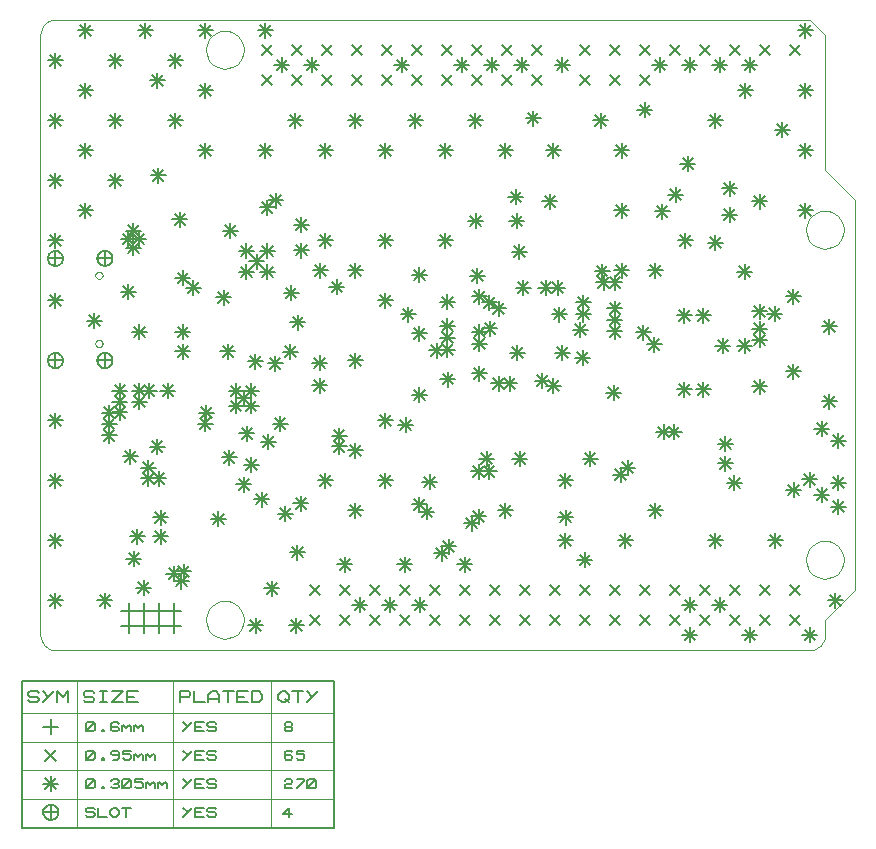
<source format=gbr>
G04 PROTEUS RS274X GERBER FILE*
%FSLAX45Y45*%
%MOMM*%
G01*
%ADD67C,0.127000*%
%ADD65C,0.025400*%
%ADD175C,0.063500*%
D67*
X+837850Y+2755700D02*
X+837850Y+2628700D01*
X+774350Y+2692200D02*
X+901350Y+2692200D01*
X+792949Y+2737101D02*
X+882751Y+2647299D01*
X+792949Y+2647299D02*
X+882751Y+2737101D01*
X+743870Y+3097330D02*
X+743870Y+2970330D01*
X+680370Y+3033830D02*
X+807370Y+3033830D01*
X+698969Y+3078731D02*
X+788771Y+2988929D01*
X+698969Y+2988929D02*
X+788771Y+3078731D01*
X+1551550Y+3047800D02*
X+1551550Y+2920800D01*
X+1488050Y+2984300D02*
X+1615050Y+2984300D01*
X+1506649Y+3029201D02*
X+1596451Y+2939399D01*
X+1506649Y+2939399D02*
X+1596451Y+3029201D01*
X+1207400Y+3212900D02*
X+1207400Y+3085900D01*
X+1143900Y+3149400D02*
X+1270900Y+3149400D01*
X+1162499Y+3194301D02*
X+1252301Y+3104499D01*
X+1162499Y+3104499D02*
X+1252301Y+3194301D01*
X+458100Y+2850950D02*
X+458100Y+2723950D01*
X+394600Y+2787450D02*
X+521600Y+2787450D01*
X+413199Y+2832351D02*
X+503001Y+2742549D01*
X+413199Y+2742549D02*
X+503001Y+2832351D01*
X+458100Y+2850950D02*
X+458100Y+2723950D01*
X+394600Y+2787450D02*
X+521600Y+2787450D01*
X+413199Y+2832351D02*
X+503001Y+2742549D01*
X+413199Y+2742549D02*
X+503001Y+2832351D01*
X+1207400Y+2755700D02*
X+1207400Y+2628700D01*
X+1143900Y+2692200D02*
X+1270900Y+2692200D01*
X+1162499Y+2737101D02*
X+1252301Y+2647299D01*
X+1162499Y+2647299D02*
X+1252301Y+2737101D01*
X+1832950Y+3353000D02*
X+1832950Y+3226000D01*
X+1769450Y+3289500D02*
X+1896450Y+3289500D01*
X+1788049Y+3334401D02*
X+1877851Y+3244599D01*
X+1788049Y+3244599D02*
X+1877851Y+3334401D01*
X+1744050Y+3441900D02*
X+1744050Y+3314900D01*
X+1680550Y+3378400D02*
X+1807550Y+3378400D01*
X+1699149Y+3423301D02*
X+1788951Y+3333499D01*
X+1699149Y+3333499D02*
X+1788951Y+3423301D01*
X+1921850Y+3441900D02*
X+1921850Y+3314900D01*
X+1858350Y+3378400D02*
X+1985350Y+3378400D01*
X+1876949Y+3423301D02*
X+1966751Y+3333499D01*
X+1876949Y+3333499D02*
X+1966751Y+3423301D01*
X+1921850Y+3264100D02*
X+1921850Y+3137100D01*
X+1858350Y+3200600D02*
X+1985350Y+3200600D01*
X+1876949Y+3245501D02*
X+1966751Y+3155699D01*
X+1876949Y+3155699D02*
X+1966751Y+3245501D01*
X+1744050Y+3264100D02*
X+1744050Y+3137100D01*
X+1680550Y+3200600D02*
X+1807550Y+3200600D01*
X+1699149Y+3245501D02*
X+1788951Y+3155699D01*
X+1699149Y+3155699D02*
X+1788951Y+3245501D01*
X+1919850Y+3809800D02*
X+1919850Y+3682800D01*
X+1856350Y+3746300D02*
X+1983350Y+3746300D01*
X+1874949Y+3791201D02*
X+1964751Y+3701399D01*
X+1874949Y+3701399D02*
X+1964751Y+3791201D01*
X+2123050Y+3085900D02*
X+2123050Y+2958900D01*
X+2059550Y+3022400D02*
X+2186550Y+3022400D01*
X+2078149Y+3067301D02*
X+2167951Y+2977499D01*
X+2078149Y+2977499D02*
X+2167951Y+3067301D01*
X+2209800Y+3448050D02*
X+2209800Y+3321050D01*
X+2146300Y+3384550D02*
X+2273300Y+3384550D01*
X+2164899Y+3429451D02*
X+2254701Y+3339649D01*
X+2164899Y+3339649D02*
X+2254701Y+3429451D01*
X+2209800Y+3663950D02*
X+2209800Y+3536950D01*
X+2146300Y+3600450D02*
X+2273300Y+3600450D01*
X+2164899Y+3645351D02*
X+2254701Y+3555549D01*
X+2164899Y+3555549D02*
X+2254701Y+3645351D01*
X+1607450Y+3612950D02*
X+1607450Y+3485950D01*
X+1543950Y+3549450D02*
X+1670950Y+3549450D01*
X+1562549Y+3594351D02*
X+1652351Y+3504549D01*
X+1562549Y+3504549D02*
X+1652351Y+3594351D01*
X+4054000Y+3434250D02*
X+4054000Y+3307250D01*
X+3990500Y+3370750D02*
X+4117500Y+3370750D01*
X+4009099Y+3415651D02*
X+4098901Y+3325849D01*
X+4009099Y+3325849D02*
X+4098901Y+3415651D01*
X+3684150Y+3695850D02*
X+3684150Y+3568850D01*
X+3620650Y+3632350D02*
X+3747650Y+3632350D01*
X+3639249Y+3677251D02*
X+3729051Y+3587449D01*
X+3639249Y+3587449D02*
X+3729051Y+3677251D01*
X+4034150Y+3695850D02*
X+4034150Y+3568850D01*
X+3970650Y+3632350D02*
X+4097650Y+3632350D01*
X+3989249Y+3677251D02*
X+4079051Y+3587449D01*
X+3989249Y+3587449D02*
X+4079051Y+3677251D01*
X+2370850Y+3277200D02*
X+2370850Y+3150200D01*
X+2307350Y+3213700D02*
X+2434350Y+3213700D01*
X+2325949Y+3258601D02*
X+2415751Y+3168799D01*
X+2325949Y+3168799D02*
X+2415751Y+3258601D01*
X+2510550Y+3137500D02*
X+2510550Y+3010500D01*
X+2447050Y+3074000D02*
X+2574050Y+3074000D01*
X+2465649Y+3118901D02*
X+2555451Y+3029099D01*
X+2465649Y+3029099D02*
X+2555451Y+3118901D01*
X+2364350Y+2494100D02*
X+2364350Y+2367100D01*
X+2300850Y+2430600D02*
X+2427850Y+2430600D01*
X+2319449Y+2475501D02*
X+2409251Y+2385699D01*
X+2319449Y+2385699D02*
X+2409251Y+2475501D01*
X+2364350Y+2303600D02*
X+2364350Y+2176600D01*
X+2300850Y+2240100D02*
X+2427850Y+2240100D01*
X+2319449Y+2285001D02*
X+2409251Y+2195199D01*
X+2319449Y+2195199D02*
X+2409251Y+2285001D01*
X+2115450Y+2589350D02*
X+2115450Y+2462350D01*
X+2051950Y+2525850D02*
X+2178950Y+2525850D01*
X+2070549Y+2570751D02*
X+2160351Y+2480949D01*
X+2070549Y+2480949D02*
X+2160351Y+2570751D01*
X+1587150Y+2590600D02*
X+1587150Y+2463600D01*
X+1523650Y+2527100D02*
X+1650650Y+2527100D01*
X+1542249Y+2572001D02*
X+1632051Y+2482199D01*
X+1542249Y+2482199D02*
X+1632051Y+2572001D01*
X+1987550Y+2489200D02*
X+1987550Y+2362200D01*
X+1924050Y+2425700D02*
X+2051050Y+2425700D01*
X+1942649Y+2470601D02*
X+2032451Y+2380799D01*
X+1942649Y+2380799D02*
X+2032451Y+2470601D01*
X+996950Y+4080400D02*
X+996950Y+3953400D01*
X+933450Y+4016900D02*
X+1060450Y+4016900D01*
X+952049Y+4061801D02*
X+1041851Y+3971999D01*
X+952049Y+3971999D02*
X+1041851Y+4061801D01*
X+1748400Y+1897200D02*
X+1748400Y+1770200D01*
X+1684900Y+1833700D02*
X+1811900Y+1833700D01*
X+1703499Y+1878601D02*
X+1793301Y+1788799D01*
X+1703499Y+1788799D02*
X+1793301Y+1878601D01*
X+1597950Y+1694317D02*
X+1597950Y+1567317D01*
X+1534450Y+1630817D02*
X+1661450Y+1630817D01*
X+1553049Y+1675718D02*
X+1642851Y+1585916D01*
X+1553049Y+1585916D02*
X+1642851Y+1675718D01*
X+1182000Y+3708200D02*
X+1182000Y+3581200D01*
X+1118500Y+3644700D02*
X+1245500Y+3644700D01*
X+1137099Y+3689601D02*
X+1226901Y+3599799D01*
X+1137099Y+3599799D02*
X+1226901Y+3689601D01*
X+1207400Y+2590600D02*
X+1207400Y+2463600D01*
X+1143900Y+2527100D02*
X+1270900Y+2527100D01*
X+1162499Y+2572001D02*
X+1252301Y+2482199D01*
X+1162499Y+2482199D02*
X+1252301Y+2572001D01*
X+581654Y+2071620D02*
X+581654Y+1944620D01*
X+518154Y+2008120D02*
X+645154Y+2008120D01*
X+536753Y+2053021D02*
X+626555Y+1963219D01*
X+536753Y+1963219D02*
X+626555Y+2053021D01*
X+581654Y+1976370D02*
X+581654Y+1849370D01*
X+518154Y+1912870D02*
X+645154Y+1912870D01*
X+536753Y+1957771D02*
X+626555Y+1867969D01*
X+536753Y+1867969D02*
X+626555Y+1957771D01*
X+581654Y+1881120D02*
X+581654Y+1754120D01*
X+518154Y+1817620D02*
X+645154Y+1817620D01*
X+536753Y+1862521D02*
X+626555Y+1772719D01*
X+536753Y+1772719D02*
X+626555Y+1862521D01*
X+831500Y+3543100D02*
X+831500Y+3416100D01*
X+768000Y+3479600D02*
X+895000Y+3479600D01*
X+786599Y+3524501D02*
X+876401Y+3434699D01*
X+786599Y+3434699D02*
X+876401Y+3524501D01*
X+787050Y+3466900D02*
X+787050Y+3339900D01*
X+723550Y+3403400D02*
X+850550Y+3403400D01*
X+742149Y+3448301D02*
X+831951Y+3358499D01*
X+742149Y+3358499D02*
X+831951Y+3448301D01*
X+787050Y+3612950D02*
X+787050Y+3485950D01*
X+723550Y+3549450D02*
X+850550Y+3549450D01*
X+742149Y+3594351D02*
X+831951Y+3504549D01*
X+742149Y+3504549D02*
X+831951Y+3594351D01*
X+3444700Y+2705900D02*
X+3444700Y+2578900D01*
X+3381200Y+2642400D02*
X+3508200Y+2642400D01*
X+3399799Y+2687301D02*
X+3489601Y+2597499D01*
X+3399799Y+2597499D02*
X+3489601Y+2687301D01*
X+3113250Y+2905900D02*
X+3113250Y+2778900D01*
X+3049750Y+2842400D02*
X+3176750Y+2842400D01*
X+3068349Y+2887301D02*
X+3158151Y+2797499D01*
X+3068349Y+2797499D02*
X+3158151Y+2887301D01*
X+3444700Y+3009100D02*
X+3444700Y+2882100D01*
X+3381200Y+2945600D02*
X+3508200Y+2945600D01*
X+3399799Y+2990501D02*
X+3489601Y+2900699D01*
X+3399799Y+2900699D02*
X+3489601Y+2990501D01*
X+3444700Y+2805900D02*
X+3444700Y+2678900D01*
X+3381200Y+2742400D02*
X+3508200Y+2742400D01*
X+3399799Y+2787301D02*
X+3489601Y+2697499D01*
X+3399799Y+2697499D02*
X+3489601Y+2787301D01*
X+1404850Y+2072400D02*
X+1404850Y+1945400D01*
X+1341350Y+2008900D02*
X+1468350Y+2008900D01*
X+1359949Y+2053801D02*
X+1449751Y+1963999D01*
X+1359949Y+1963999D02*
X+1449751Y+2053801D01*
X+1394750Y+1980067D02*
X+1394750Y+1853067D01*
X+1331250Y+1916567D02*
X+1458250Y+1916567D01*
X+1349849Y+1961468D02*
X+1439651Y+1871666D01*
X+1349849Y+1871666D02*
X+1439651Y+1961468D01*
X+3698700Y+3231350D02*
X+3698700Y+3104350D01*
X+3635200Y+3167850D02*
X+3762200Y+3167850D01*
X+3653799Y+3212751D02*
X+3743601Y+3122949D01*
X+3653799Y+3122949D02*
X+3743601Y+3212751D01*
X+990600Y+4886850D02*
X+990600Y+4759850D01*
X+927100Y+4823350D02*
X+1054100Y+4823350D01*
X+945699Y+4868251D02*
X+1035501Y+4778449D01*
X+945699Y+4778449D02*
X+1035501Y+4868251D01*
X+3879675Y+2954325D02*
X+3879675Y+2827325D01*
X+3816175Y+2890825D02*
X+3943175Y+2890825D01*
X+3834774Y+2935726D02*
X+3924576Y+2845924D01*
X+3834774Y+2845924D02*
X+3924576Y+2935726D01*
X+3800300Y+3005100D02*
X+3800300Y+2878100D01*
X+3736800Y+2941600D02*
X+3863800Y+2941600D01*
X+3755399Y+2986501D02*
X+3845201Y+2896699D01*
X+3755399Y+2896699D02*
X+3845201Y+2986501D01*
X+3717750Y+3055900D02*
X+3717750Y+2928900D01*
X+3654250Y+2992400D02*
X+3781250Y+2992400D01*
X+3672849Y+3037301D02*
X+3762651Y+2947499D01*
X+3672849Y+2947499D02*
X+3762651Y+3037301D01*
X+4086550Y+3129450D02*
X+4086550Y+3002450D01*
X+4023050Y+3065950D02*
X+4150050Y+3065950D01*
X+4041649Y+3110851D02*
X+4131451Y+3021049D01*
X+4041649Y+3021049D02*
X+4131451Y+3110851D01*
X+3717750Y+2755900D02*
X+3717750Y+2628900D01*
X+3654250Y+2692400D02*
X+3781250Y+2692400D01*
X+3672849Y+2737301D02*
X+3762651Y+2647499D01*
X+3672849Y+2647499D02*
X+3762651Y+2737301D01*
X+4591050Y+2537650D02*
X+4591050Y+2410650D01*
X+4527550Y+2474150D02*
X+4654550Y+2474150D01*
X+4546149Y+2519051D02*
X+4635951Y+2429249D01*
X+4546149Y+2429249D02*
X+4635951Y+2519051D01*
X+4394200Y+2905900D02*
X+4394200Y+2778900D01*
X+4330700Y+2842400D02*
X+4457700Y+2842400D01*
X+4349299Y+2887301D02*
X+4439101Y+2797499D01*
X+4349299Y+2797499D02*
X+4439101Y+2887301D01*
X+3806650Y+2785250D02*
X+3806650Y+2658250D01*
X+3743150Y+2721750D02*
X+3870150Y+2721750D01*
X+3761749Y+2766651D02*
X+3851551Y+2676849D01*
X+3761749Y+2676849D02*
X+3851551Y+2766651D01*
X+1784000Y+2255900D02*
X+1784000Y+2128900D01*
X+1720500Y+2192400D02*
X+1847500Y+2192400D01*
X+1739099Y+2237301D02*
X+1828901Y+2147499D01*
X+1739099Y+2147499D02*
X+1828901Y+2237301D01*
X+1657000Y+2128900D02*
X+1657000Y+2001900D01*
X+1593500Y+2065400D02*
X+1720500Y+2065400D01*
X+1612099Y+2110301D02*
X+1701901Y+2020499D01*
X+1612099Y+2020499D02*
X+1701901Y+2110301D01*
X+1784000Y+2128900D02*
X+1784000Y+2001900D01*
X+1720500Y+2065400D02*
X+1847500Y+2065400D01*
X+1739099Y+2110301D02*
X+1828901Y+2020499D01*
X+1739099Y+2020499D02*
X+1828901Y+2110301D01*
X+1720500Y+2192400D02*
X+1720500Y+2065400D01*
X+1657000Y+2128900D02*
X+1784000Y+2128900D01*
X+1675599Y+2173801D02*
X+1765401Y+2083999D01*
X+1675599Y+2083999D02*
X+1765401Y+2173801D01*
X+920400Y+2259467D02*
X+920400Y+2132467D01*
X+856900Y+2195967D02*
X+983900Y+2195967D01*
X+875499Y+2240868D02*
X+965301Y+2151066D01*
X+875499Y+2151066D02*
X+965301Y+2240868D01*
X+837850Y+2164217D02*
X+837850Y+2037217D01*
X+774350Y+2100717D02*
X+901350Y+2100717D01*
X+792949Y+2145618D02*
X+882751Y+2055816D01*
X+792949Y+2055816D02*
X+882751Y+2145618D01*
X+837850Y+2259467D02*
X+837850Y+2132467D01*
X+774350Y+2195967D02*
X+901350Y+2195967D01*
X+792949Y+2240868D02*
X+882751Y+2151066D01*
X+792949Y+2151066D02*
X+882751Y+2240868D01*
X+1004200Y+1516517D02*
X+1004200Y+1389517D01*
X+940700Y+1453017D02*
X+1067700Y+1453017D01*
X+959299Y+1497918D02*
X+1049101Y+1408116D01*
X+959299Y+1408116D02*
X+1049101Y+1497918D01*
X+915300Y+1516517D02*
X+915300Y+1389517D01*
X+851800Y+1453017D02*
X+978800Y+1453017D01*
X+870399Y+1497918D02*
X+960201Y+1408116D01*
X+870399Y+1408116D02*
X+960201Y+1497918D01*
X+672750Y+2259467D02*
X+672750Y+2132467D01*
X+609250Y+2195967D02*
X+736250Y+2195967D01*
X+627849Y+2240868D02*
X+717651Y+2151066D01*
X+627849Y+2151066D02*
X+717651Y+2240868D01*
X+672750Y+2164217D02*
X+672750Y+2037217D01*
X+609250Y+2100717D02*
X+736250Y+2100717D01*
X+627849Y+2145618D02*
X+717651Y+2055816D01*
X+627849Y+2055816D02*
X+717651Y+2145618D01*
X+672750Y+2075317D02*
X+672750Y+1948317D01*
X+609250Y+2011817D02*
X+736250Y+2011817D01*
X+627849Y+2056718D02*
X+717651Y+1966916D01*
X+627849Y+1966916D02*
X+717651Y+2056718D01*
X+915300Y+1605417D02*
X+915300Y+1478417D01*
X+851800Y+1541917D02*
X+978800Y+1541917D01*
X+870399Y+1586818D02*
X+960201Y+1497016D01*
X+870399Y+1497016D02*
X+960201Y+1586818D01*
X+1080400Y+2259467D02*
X+1080400Y+2132467D01*
X+1016900Y+2195967D02*
X+1143900Y+2195967D01*
X+1035499Y+2240868D02*
X+1125301Y+2151066D01*
X+1035499Y+2151066D02*
X+1125301Y+2240868D01*
X+1657000Y+2255900D02*
X+1657000Y+2128900D01*
X+1593500Y+2192400D02*
X+1720500Y+2192400D01*
X+1612099Y+2237301D02*
X+1701901Y+2147499D01*
X+1612099Y+2147499D02*
X+1701901Y+2237301D01*
X+1786500Y+1630817D02*
X+1786500Y+1503817D01*
X+1723000Y+1567317D02*
X+1850000Y+1567317D01*
X+1741599Y+1612218D02*
X+1831401Y+1522416D01*
X+1741599Y+1522416D02*
X+1831401Y+1612218D01*
X+3717750Y+2655900D02*
X+3717750Y+2528900D01*
X+3654250Y+2592400D02*
X+3781250Y+2592400D01*
X+3672849Y+2637301D02*
X+3762651Y+2547499D01*
X+3672849Y+2547499D02*
X+3762651Y+2637301D01*
X+1929400Y+1827667D02*
X+1929400Y+1700667D01*
X+1865900Y+1764167D02*
X+1992900Y+1764167D01*
X+1884499Y+1809068D02*
X+1974301Y+1719266D01*
X+1884499Y+1719266D02*
X+1974301Y+1809068D01*
X+3444700Y+2605900D02*
X+3444700Y+2478900D01*
X+3381200Y+2542400D02*
X+3508200Y+2542400D01*
X+3399799Y+2587301D02*
X+3489601Y+2497499D01*
X+3399799Y+2497499D02*
X+3489601Y+2587301D01*
X+3355800Y+2600350D02*
X+3355800Y+2473350D01*
X+3292300Y+2536850D02*
X+3419300Y+2536850D01*
X+3310899Y+2581751D02*
X+3400701Y+2491949D01*
X+3310899Y+2491949D02*
X+3400701Y+2581751D01*
X+742600Y+3543100D02*
X+742600Y+3416100D01*
X+679100Y+3479600D02*
X+806100Y+3479600D01*
X+697699Y+3524501D02*
X+787501Y+3434699D01*
X+697699Y+3434699D02*
X+787501Y+3524501D01*
X+4597400Y+2905900D02*
X+4597400Y+2778900D01*
X+4533900Y+2842400D02*
X+4660900Y+2842400D01*
X+4552499Y+2887301D02*
X+4642301Y+2797499D01*
X+4552499Y+2797499D02*
X+4642301Y+2887301D01*
X+4313550Y+3860950D02*
X+4313550Y+3733950D01*
X+4250050Y+3797450D02*
X+4377050Y+3797450D01*
X+4268649Y+3842351D02*
X+4358451Y+3752549D01*
X+4268649Y+3752549D02*
X+4358451Y+3842351D01*
X+1991113Y+3871987D02*
X+1991113Y+3744987D01*
X+1927613Y+3808487D02*
X+2054613Y+3808487D01*
X+1946212Y+3853388D02*
X+2036014Y+3763586D01*
X+1946212Y+3763586D02*
X+2036014Y+3853388D01*
X+4025968Y+3898968D02*
X+4025968Y+3771968D01*
X+3962468Y+3835468D02*
X+4089468Y+3835468D01*
X+3981067Y+3880369D02*
X+4070869Y+3790567D01*
X+3981067Y+3790567D02*
X+4070869Y+3880369D01*
X+4171950Y+4565650D02*
X+4171950Y+4438650D01*
X+4108450Y+4502150D02*
X+4235450Y+4502150D01*
X+4127049Y+4547051D02*
X+4216851Y+4457249D01*
X+4127049Y+4457249D02*
X+4216851Y+4547051D01*
X+6282100Y+4468100D02*
X+6282100Y+4341100D01*
X+6218600Y+4404600D02*
X+6345600Y+4404600D01*
X+6237199Y+4449501D02*
X+6327001Y+4359699D01*
X+6237199Y+4359699D02*
X+6327001Y+4449501D01*
X+5962400Y+3265450D02*
X+5962400Y+3138450D01*
X+5898900Y+3201950D02*
X+6025900Y+3201950D01*
X+5917499Y+3246851D02*
X+6007301Y+3157049D01*
X+5917499Y+3157049D02*
X+6007301Y+3246851D01*
X+5962463Y+2639794D02*
X+5962463Y+2512794D01*
X+5898963Y+2576294D02*
X+6025963Y+2576294D01*
X+5917562Y+2621195D02*
X+6007364Y+2531393D01*
X+5917562Y+2531393D02*
X+6007364Y+2621195D01*
X+5613400Y+2268500D02*
X+5613400Y+2141500D01*
X+5549900Y+2205000D02*
X+5676900Y+2205000D01*
X+5568499Y+2249901D02*
X+5658301Y+2160099D01*
X+5568499Y+2160099D02*
X+5658301Y+2249901D01*
X+5613400Y+2897150D02*
X+5613400Y+2770150D01*
X+5549900Y+2833650D02*
X+5676900Y+2833650D01*
X+5568499Y+2878551D02*
X+5658301Y+2788749D01*
X+5568499Y+2788749D02*
X+5658301Y+2878551D01*
X+5378450Y+3917950D02*
X+5378450Y+3790950D01*
X+5314950Y+3854450D02*
X+5441950Y+3854450D01*
X+5333549Y+3899351D02*
X+5423351Y+3809549D01*
X+5333549Y+3809549D02*
X+5423351Y+3899351D01*
X+6089400Y+2928900D02*
X+6089400Y+2801900D01*
X+6025900Y+2865400D02*
X+6152900Y+2865400D01*
X+6044499Y+2910301D02*
X+6134301Y+2820499D01*
X+6044499Y+2820499D02*
X+6134301Y+2910301D01*
X+6089400Y+2293900D02*
X+6089400Y+2166900D01*
X+6025900Y+2230400D02*
X+6152900Y+2230400D01*
X+6044499Y+2275301D02*
X+6134301Y+2185499D01*
X+6044499Y+2185499D02*
X+6134301Y+2275301D01*
X+6375400Y+2420900D02*
X+6375400Y+2293900D01*
X+6311900Y+2357400D02*
X+6438900Y+2357400D01*
X+6330499Y+2402301D02*
X+6420301Y+2312499D01*
X+6330499Y+2312499D02*
X+6420301Y+2402301D01*
X+6375400Y+3055900D02*
X+6375400Y+2928900D01*
X+6311900Y+2992400D02*
X+6438900Y+2992400D01*
X+6330499Y+3037301D02*
X+6420301Y+2947499D01*
X+6330499Y+2947499D02*
X+6420301Y+3037301D01*
X+4864100Y+3175000D02*
X+4864100Y+3048000D01*
X+4800600Y+3111500D02*
X+4927600Y+3111500D01*
X+4819199Y+3156401D02*
X+4909001Y+3066599D01*
X+4819199Y+3066599D02*
X+4909001Y+3156401D01*
X+4572000Y+2775000D02*
X+4572000Y+2648000D01*
X+4508500Y+2711500D02*
X+4635500Y+2711500D01*
X+4527099Y+2756401D02*
X+4616901Y+2666599D01*
X+4527099Y+2666599D02*
X+4616901Y+2756401D01*
X+4597400Y+3005900D02*
X+4597400Y+2878900D01*
X+4533900Y+2942400D02*
X+4660900Y+2942400D01*
X+4552499Y+2987301D02*
X+4642301Y+2897499D01*
X+4552499Y+2897499D02*
X+4642301Y+2987301D01*
X+4864100Y+2955900D02*
X+4864100Y+2828900D01*
X+4800600Y+2892400D02*
X+4927600Y+2892400D01*
X+4819199Y+2937301D02*
X+4909001Y+2847499D01*
X+4819199Y+2847499D02*
X+4909001Y+2937301D01*
X+4768850Y+3175000D02*
X+4768850Y+3048000D01*
X+4705350Y+3111500D02*
X+4832350Y+3111500D01*
X+4723949Y+3156401D02*
X+4813751Y+3066599D01*
X+4723949Y+3066599D02*
X+4813751Y+3156401D01*
X+4864100Y+2855900D02*
X+4864100Y+2728900D01*
X+4800600Y+2792400D02*
X+4927600Y+2792400D01*
X+4819199Y+2837301D02*
X+4909001Y+2747499D01*
X+4819199Y+2747499D02*
X+4909001Y+2837301D01*
X+4864100Y+2761450D02*
X+4864100Y+2634450D01*
X+4800600Y+2697950D02*
X+4927600Y+2697950D01*
X+4819199Y+2742851D02*
X+4909001Y+2653049D01*
X+4819199Y+2653049D02*
X+4909001Y+2742851D01*
X+6089400Y+2782850D02*
X+6089400Y+2655850D01*
X+6025900Y+2719350D02*
X+6152900Y+2719350D01*
X+6044499Y+2764251D02*
X+6134301Y+2674449D01*
X+6044499Y+2674449D02*
X+6134301Y+2764251D01*
X+6680200Y+2801900D02*
X+6680200Y+2674900D01*
X+6616700Y+2738400D02*
X+6743700Y+2738400D01*
X+6635299Y+2783301D02*
X+6725101Y+2693499D01*
X+6635299Y+2693499D02*
X+6725101Y+2783301D01*
X+6680200Y+2166900D02*
X+6680200Y+2039900D01*
X+6616700Y+2103400D02*
X+6743700Y+2103400D01*
X+6635299Y+2148301D02*
X+6725101Y+2058499D01*
X+6635299Y+2058499D02*
X+6725101Y+2148301D01*
X+6089385Y+2687600D02*
X+6089385Y+2560600D01*
X+6025885Y+2624100D02*
X+6152885Y+2624100D01*
X+6044484Y+2669001D02*
X+6134286Y+2579199D01*
X+6044484Y+2579199D02*
X+6134286Y+2669001D01*
X+6216400Y+2909850D02*
X+6216400Y+2782850D01*
X+6152900Y+2846350D02*
X+6279900Y+2846350D01*
X+6171499Y+2891251D02*
X+6261301Y+2801449D01*
X+6171499Y+2801449D02*
X+6261301Y+2891251D01*
X+5778463Y+2639250D02*
X+5778463Y+2512250D01*
X+5714963Y+2575750D02*
X+5841963Y+2575750D01*
X+5733562Y+2620651D02*
X+5823364Y+2530849D01*
X+5733562Y+2530849D02*
X+5823364Y+2620651D01*
X+5453400Y+2268500D02*
X+5453400Y+2141500D01*
X+5389900Y+2205000D02*
X+5516900Y+2205000D01*
X+5408499Y+2249901D02*
X+5498301Y+2160099D01*
X+5408499Y+2160099D02*
X+5498301Y+2249901D01*
X+5453400Y+2897150D02*
X+5453400Y+2770150D01*
X+5389900Y+2833650D02*
X+5516900Y+2833650D01*
X+5408499Y+2878551D02*
X+5498301Y+2788749D01*
X+5408499Y+2788749D02*
X+5498301Y+2878551D01*
X+5264150Y+3777000D02*
X+5264150Y+3650000D01*
X+5200650Y+3713500D02*
X+5327650Y+3713500D01*
X+5219249Y+3758401D02*
X+5309051Y+3668599D01*
X+5219249Y+3668599D02*
X+5309051Y+3758401D01*
X+4653440Y+1683400D02*
X+4653440Y+1556400D01*
X+4589940Y+1619900D02*
X+4716940Y+1619900D01*
X+4608539Y+1664801D02*
X+4698341Y+1574999D01*
X+4608539Y+1574999D02*
X+4698341Y+1664801D01*
X+4060350Y+1683400D02*
X+4060350Y+1556400D01*
X+3996850Y+1619900D02*
X+4123850Y+1619900D01*
X+4015449Y+1664801D02*
X+4105251Y+1574999D01*
X+4015449Y+1574999D02*
X+4105251Y+1664801D01*
X+4447700Y+1188000D02*
X+4447700Y+1061000D01*
X+4384200Y+1124500D02*
X+4511200Y+1124500D01*
X+4402799Y+1169401D02*
X+4492601Y+1079599D01*
X+4402799Y+1079599D02*
X+4492601Y+1169401D01*
X+3779400Y+1683400D02*
X+3779400Y+1556400D01*
X+3715900Y+1619900D02*
X+3842900Y+1619900D01*
X+3734499Y+1664801D02*
X+3824301Y+1574999D01*
X+3734499Y+1574999D02*
X+3824301Y+1664801D01*
X+762000Y+1701800D02*
X+762000Y+1574800D01*
X+698500Y+1638300D02*
X+825500Y+1638300D01*
X+717099Y+1683201D02*
X+806901Y+1593399D01*
X+717099Y+1593399D02*
X+806901Y+1683201D01*
X+3717750Y+2405900D02*
X+3717750Y+2278900D01*
X+3654250Y+2342400D02*
X+3781250Y+2342400D01*
X+3672849Y+2387301D02*
X+3762651Y+2297499D01*
X+3672849Y+2297499D02*
X+3762651Y+2387301D01*
X+3451050Y+2355900D02*
X+3451050Y+2228900D01*
X+3387550Y+2292400D02*
X+3514550Y+2292400D01*
X+3406149Y+2337301D02*
X+3495951Y+2247499D01*
X+3406149Y+2247499D02*
X+3495951Y+2337301D01*
X+4342150Y+2300600D02*
X+4342150Y+2173600D01*
X+4278650Y+2237100D02*
X+4405650Y+2237100D01*
X+4297249Y+2282001D02*
X+4387051Y+2192199D01*
X+4297249Y+2192199D02*
X+4387051Y+2282001D01*
X+4250075Y+2341875D02*
X+4250075Y+2214875D01*
X+4186575Y+2278375D02*
X+4313575Y+2278375D01*
X+4205174Y+2323276D02*
X+4294976Y+2233474D01*
X+4205174Y+2233474D02*
X+4294976Y+2323276D01*
X+3973850Y+2319650D02*
X+3973850Y+2192650D01*
X+3910350Y+2256150D02*
X+4037350Y+2256150D01*
X+3928949Y+2301051D02*
X+4018751Y+2211249D01*
X+3928949Y+2211249D02*
X+4018751Y+2301051D01*
X+3879400Y+2319650D02*
X+3879400Y+2192650D01*
X+3815900Y+2256150D02*
X+3942900Y+2256150D01*
X+3834499Y+2301051D02*
X+3924301Y+2211249D01*
X+3834499Y+2211249D02*
X+3924301Y+2301051D01*
X+2529450Y+1878150D02*
X+2529450Y+1751150D01*
X+2465950Y+1814650D02*
X+2592950Y+1814650D01*
X+2484549Y+1859551D02*
X+2574351Y+1769749D01*
X+2484549Y+1769749D02*
X+2574351Y+1859551D01*
X+2529450Y+1786649D02*
X+2529450Y+1659649D01*
X+2465950Y+1723149D02*
X+2592950Y+1723149D01*
X+2484549Y+1768050D02*
X+2574351Y+1678248D01*
X+2484549Y+1678248D02*
X+2574351Y+1768050D01*
X+1723000Y+1465717D02*
X+1723000Y+1338717D01*
X+1659500Y+1402217D02*
X+1786500Y+1402217D01*
X+1678099Y+1447118D02*
X+1767901Y+1357316D01*
X+1678099Y+1357316D02*
X+1767901Y+1447118D01*
X+3296450Y+1485850D02*
X+3296450Y+1358850D01*
X+3232950Y+1422350D02*
X+3359950Y+1422350D01*
X+3251549Y+1467251D02*
X+3341351Y+1377449D01*
X+3251549Y+1377449D02*
X+3341351Y+1467251D01*
X+2176575Y+890825D02*
X+2176575Y+763825D01*
X+2113075Y+827325D02*
X+2240075Y+827325D01*
X+2131674Y+872226D02*
X+2221476Y+782424D01*
X+2131674Y+782424D02*
X+2221476Y+872226D01*
X+1959725Y+583750D02*
X+1959725Y+456750D01*
X+1896225Y+520250D02*
X+2023225Y+520250D01*
X+1914824Y+565151D02*
X+2004626Y+475349D01*
X+1914824Y+475349D02*
X+2004626Y+565151D01*
X+2166600Y+271700D02*
X+2166600Y+144700D01*
X+2103100Y+208200D02*
X+2230100Y+208200D01*
X+2121699Y+253101D02*
X+2211501Y+163299D01*
X+2121699Y+163299D02*
X+2211501Y+253101D01*
X+3709550Y+1575450D02*
X+3709550Y+1448450D01*
X+3646050Y+1511950D02*
X+3773050Y+1511950D01*
X+3664649Y+1556851D02*
X+3754451Y+1467049D01*
X+3664649Y+1467049D02*
X+3754451Y+1556851D01*
X+4973200Y+1607200D02*
X+4973200Y+1480200D01*
X+4909700Y+1543700D02*
X+5036700Y+1543700D01*
X+4928299Y+1588601D02*
X+5018101Y+1498799D01*
X+4928299Y+1498799D02*
X+5018101Y+1588601D01*
X+5275797Y+1909797D02*
X+5275797Y+1782797D01*
X+5212297Y+1846297D02*
X+5339297Y+1846297D01*
X+5230896Y+1891198D02*
X+5320698Y+1801396D01*
X+5230896Y+1801396D02*
X+5320698Y+1891198D01*
X+1018170Y+1025047D02*
X+1018170Y+898047D01*
X+954670Y+961547D02*
X+1081670Y+961547D01*
X+973269Y+1006448D02*
X+1063071Y+916646D01*
X+973269Y+916646D02*
X+1063071Y+1006448D01*
X+1018170Y+1185047D02*
X+1018170Y+1058047D01*
X+954670Y+1121547D02*
X+1081670Y+1121547D01*
X+973269Y+1166448D02*
X+1063071Y+1076646D01*
X+973269Y+1076646D02*
X+1063071Y+1166448D01*
X+1131200Y+710067D02*
X+1131200Y+583067D01*
X+1067700Y+646567D02*
X+1194700Y+646567D01*
X+1086299Y+691468D02*
X+1176101Y+601666D01*
X+1086299Y+601666D02*
X+1176101Y+691468D01*
X+1194700Y+646567D02*
X+1194700Y+519567D01*
X+1131200Y+583067D02*
X+1258200Y+583067D01*
X+1149799Y+627968D02*
X+1239601Y+538166D01*
X+1149799Y+538166D02*
X+1239601Y+627968D01*
X+3209450Y+1294780D02*
X+3209450Y+1167780D01*
X+3145950Y+1231280D02*
X+3272950Y+1231280D01*
X+3164549Y+1276181D02*
X+3254351Y+1186379D01*
X+3164549Y+1186379D02*
X+3254351Y+1276181D01*
X+3272950Y+1231280D02*
X+3272950Y+1104280D01*
X+3209450Y+1167780D02*
X+3336450Y+1167780D01*
X+3228049Y+1212681D02*
X+3317851Y+1122879D01*
X+3228049Y+1122879D02*
X+3317851Y+1212681D01*
X+1507650Y+1172000D02*
X+1507650Y+1045000D01*
X+1444150Y+1108500D02*
X+1571150Y+1108500D01*
X+1462749Y+1153401D02*
X+1552551Y+1063599D01*
X+1462749Y+1063599D02*
X+1552551Y+1153401D01*
X+3209450Y+2223150D02*
X+3209450Y+2096150D01*
X+3145950Y+2159650D02*
X+3272950Y+2159650D01*
X+3164549Y+2204551D02*
X+3254351Y+2114749D01*
X+3164549Y+2114749D02*
X+3254351Y+2204551D01*
X+3209450Y+3239150D02*
X+3209450Y+3112150D01*
X+3145950Y+3175650D02*
X+3272950Y+3175650D01*
X+3164549Y+3220551D02*
X+3254351Y+3130749D01*
X+3164549Y+3130749D02*
X+3254351Y+3220551D01*
X+3209450Y+2743850D02*
X+3209450Y+2616850D01*
X+3145950Y+2680350D02*
X+3272950Y+2680350D01*
X+3164549Y+2725251D02*
X+3254351Y+2635449D01*
X+3164549Y+2635449D02*
X+3254351Y+2725251D01*
X+3798450Y+1575450D02*
X+3798450Y+1448450D01*
X+3734950Y+1511950D02*
X+3861950Y+1511950D01*
X+3753549Y+1556851D02*
X+3843351Y+1467049D01*
X+3753549Y+1467049D02*
X+3843351Y+1556851D01*
X+3709550Y+1194950D02*
X+3709550Y+1067950D01*
X+3646050Y+1131450D02*
X+3773050Y+1131450D01*
X+3664649Y+1176351D02*
X+3754451Y+1086549D01*
X+3664649Y+1086549D02*
X+3754451Y+1176351D01*
X+3455550Y+940950D02*
X+3455550Y+813950D01*
X+3392050Y+877450D02*
X+3519050Y+877450D01*
X+3410649Y+922351D02*
X+3500451Y+832549D01*
X+3410649Y+832549D02*
X+3500451Y+922351D01*
X+3652400Y+1137800D02*
X+3652400Y+1010800D01*
X+3588900Y+1074300D02*
X+3715900Y+1074300D01*
X+3607499Y+1119201D02*
X+3697301Y+1029399D01*
X+3607499Y+1029399D02*
X+3697301Y+1119201D01*
X+3398400Y+883800D02*
X+3398400Y+756800D01*
X+3334900Y+820300D02*
X+3461900Y+820300D01*
X+3353499Y+865201D02*
X+3443301Y+775399D01*
X+3353499Y+775399D02*
X+3443301Y+865201D01*
X+1213750Y+729117D02*
X+1213750Y+602117D01*
X+1150250Y+665617D02*
X+1277250Y+665617D01*
X+1168849Y+710518D02*
X+1258651Y+620716D01*
X+1168849Y+620716D02*
X+1258651Y+710518D01*
X+4610100Y+825500D02*
X+4610100Y+698500D01*
X+4546600Y+762000D02*
X+4673600Y+762000D01*
X+4565199Y+806901D02*
X+4655001Y+717099D01*
X+4565199Y+717099D02*
X+4655001Y+806901D01*
X+2959100Y+444500D02*
X+2959100Y+317500D01*
X+2895600Y+381000D02*
X+3022600Y+381000D01*
X+2914199Y+425901D02*
X+3004001Y+336099D01*
X+2914199Y+336099D02*
X+3004001Y+425901D01*
X+2029750Y+1980067D02*
X+2029750Y+1853067D01*
X+1966250Y+1916567D02*
X+2093250Y+1916567D01*
X+1984849Y+1961468D02*
X+2074651Y+1871666D01*
X+1984849Y+1871666D02*
X+2074651Y+1961468D01*
X+3060700Y+5016500D02*
X+3060700Y+4889500D01*
X+2997200Y+4953000D02*
X+3124200Y+4953000D01*
X+3015799Y+4997901D02*
X+3105601Y+4908099D01*
X+3015799Y+4908099D02*
X+3105601Y+4997901D01*
X+3568700Y+5016500D02*
X+3568700Y+4889500D01*
X+3505200Y+4953000D02*
X+3632200Y+4953000D01*
X+3523799Y+4997901D02*
X+3613601Y+4908099D01*
X+3523799Y+4908099D02*
X+3613601Y+4997901D01*
X+3822700Y+5016500D02*
X+3822700Y+4889500D01*
X+3759200Y+4953000D02*
X+3886200Y+4953000D01*
X+3777799Y+4997901D02*
X+3867601Y+4908099D01*
X+3777799Y+4908099D02*
X+3867601Y+4997901D01*
X+4076700Y+5016500D02*
X+4076700Y+4889500D01*
X+4013200Y+4953000D02*
X+4140200Y+4953000D01*
X+4031799Y+4997901D02*
X+4121601Y+4908099D01*
X+4031799Y+4908099D02*
X+4121601Y+4997901D01*
X+4419600Y+2580500D02*
X+4419600Y+2453500D01*
X+4356100Y+2517000D02*
X+4483100Y+2517000D01*
X+4374699Y+2561901D02*
X+4464501Y+2472099D01*
X+4374699Y+2472099D02*
X+4464501Y+2561901D01*
X+4038600Y+2580500D02*
X+4038600Y+2453500D01*
X+3975100Y+2517000D02*
X+4102100Y+2517000D01*
X+3993699Y+2561901D02*
X+4083501Y+2472099D01*
X+3993699Y+2472099D02*
X+4083501Y+2561901D01*
X+3213100Y+444500D02*
X+3213100Y+317500D01*
X+3149600Y+381000D02*
X+3276600Y+381000D01*
X+3168199Y+425901D02*
X+3258001Y+336099D01*
X+3168199Y+336099D02*
X+3258001Y+425901D01*
X+2705100Y+444500D02*
X+2705100Y+317500D01*
X+2641600Y+381000D02*
X+2768600Y+381000D01*
X+2660199Y+425901D02*
X+2750001Y+336099D01*
X+2660199Y+336099D02*
X+2750001Y+425901D01*
X+5245100Y+5016500D02*
X+5245100Y+4889500D01*
X+5181600Y+4953000D02*
X+5308600Y+4953000D01*
X+5200199Y+4997901D02*
X+5290001Y+4908099D01*
X+5200199Y+4908099D02*
X+5290001Y+4997901D01*
X+2298700Y+5016500D02*
X+2298700Y+4889500D01*
X+2235200Y+4953000D02*
X+2362200Y+4953000D01*
X+2253799Y+4997901D02*
X+2343601Y+4908099D01*
X+2253799Y+4908099D02*
X+2343601Y+4997901D01*
X+2044700Y+5016500D02*
X+2044700Y+4889500D01*
X+1981200Y+4953000D02*
X+2108200Y+4953000D01*
X+1999799Y+4997901D02*
X+2089601Y+4908099D01*
X+1999799Y+4908099D02*
X+2089601Y+4997901D01*
X+5499100Y+5016500D02*
X+5499100Y+4889500D01*
X+5435600Y+4953000D02*
X+5562600Y+4953000D01*
X+5454199Y+4997901D02*
X+5544001Y+4908099D01*
X+5454199Y+4908099D02*
X+5544001Y+4997901D01*
X+5753100Y+5016500D02*
X+5753100Y+4889500D01*
X+5689600Y+4953000D02*
X+5816600Y+4953000D01*
X+5708199Y+4997901D02*
X+5798001Y+4908099D01*
X+5708199Y+4908099D02*
X+5798001Y+4997901D01*
X+6007100Y+5016500D02*
X+6007100Y+4889500D01*
X+5943600Y+4953000D02*
X+6070600Y+4953000D01*
X+5962199Y+4997901D02*
X+6052001Y+4908099D01*
X+5962199Y+4908099D02*
X+6052001Y+4997901D01*
X+5118100Y+4635500D02*
X+5118100Y+4508500D01*
X+5054600Y+4572000D02*
X+5181600Y+4572000D01*
X+5073199Y+4616901D02*
X+5163001Y+4527099D01*
X+5073199Y+4527099D02*
X+5163001Y+4616901D01*
X+5753100Y+444500D02*
X+5753100Y+317500D01*
X+5689600Y+381000D02*
X+5816600Y+381000D01*
X+5708199Y+425901D02*
X+5798001Y+336099D01*
X+5708199Y+336099D02*
X+5798001Y+425901D01*
X+5499100Y+444500D02*
X+5499100Y+317500D01*
X+5435600Y+381000D02*
X+5562600Y+381000D01*
X+5454199Y+425901D02*
X+5544001Y+336099D01*
X+5454199Y+336099D02*
X+5544001Y+425901D01*
X+4279400Y+3129450D02*
X+4279400Y+3002450D01*
X+4215900Y+3065950D02*
X+4342900Y+3065950D01*
X+4234499Y+3110851D02*
X+4324301Y+3021049D01*
X+4234499Y+3021049D02*
X+4324301Y+3110851D01*
X+4379400Y+3129450D02*
X+4379400Y+3002450D01*
X+4315900Y+3065950D02*
X+4442900Y+3065950D01*
X+4334499Y+3110851D02*
X+4424301Y+3021049D01*
X+4334499Y+3021049D02*
X+4424301Y+3110851D01*
X+5364644Y+1909797D02*
X+5364644Y+1782797D01*
X+5301144Y+1846297D02*
X+5428144Y+1846297D01*
X+5319743Y+1891198D02*
X+5409545Y+1801396D01*
X+5319743Y+1801396D02*
X+5409545Y+1891198D01*
X+5799800Y+1643250D02*
X+5799800Y+1516250D01*
X+5736300Y+1579750D02*
X+5863300Y+1579750D01*
X+5754899Y+1624651D02*
X+5844701Y+1534849D01*
X+5754899Y+1534849D02*
X+5844701Y+1624651D01*
X+5799800Y+1806750D02*
X+5799800Y+1679750D01*
X+5736300Y+1743250D02*
X+5863300Y+1743250D01*
X+5754899Y+1788151D02*
X+5844701Y+1698349D01*
X+5754899Y+1698349D02*
X+5844701Y+1788151D01*
X+5876000Y+1478150D02*
X+5876000Y+1351150D01*
X+5812500Y+1414650D02*
X+5939500Y+1414650D01*
X+5831099Y+1459551D02*
X+5920901Y+1369749D01*
X+5831099Y+1369749D02*
X+5920901Y+1459551D01*
X+4913847Y+1547847D02*
X+4913847Y+1420847D01*
X+4850347Y+1484347D02*
X+4977347Y+1484347D01*
X+4868946Y+1529248D02*
X+4958748Y+1439446D01*
X+4868946Y+1439446D02*
X+4958748Y+1529248D01*
X+4756150Y+3270250D02*
X+4756150Y+3143250D01*
X+4692650Y+3206750D02*
X+4819650Y+3206750D01*
X+4711249Y+3251651D02*
X+4801051Y+3161849D01*
X+4711249Y+3161849D02*
X+4801051Y+3251651D01*
X+127750Y+2006000D02*
X+127750Y+1879000D01*
X+64250Y+1942500D02*
X+191250Y+1942500D01*
X+82849Y+1987401D02*
X+172651Y+1897599D01*
X+82849Y+1897599D02*
X+172651Y+1987401D01*
X+127750Y+1498000D02*
X+127750Y+1371000D01*
X+64250Y+1434500D02*
X+191250Y+1434500D01*
X+82849Y+1479401D02*
X+172651Y+1389599D01*
X+82849Y+1389599D02*
X+172651Y+1479401D01*
X+127750Y+990000D02*
X+127750Y+863000D01*
X+64250Y+926500D02*
X+191250Y+926500D01*
X+82849Y+971401D02*
X+172651Y+881599D01*
X+82849Y+881599D02*
X+172651Y+971401D01*
X+127750Y+482000D02*
X+127750Y+355000D01*
X+64250Y+418500D02*
X+191250Y+418500D01*
X+82849Y+463401D02*
X+172651Y+373599D01*
X+82849Y+373599D02*
X+172651Y+463401D01*
X+127750Y+3022000D02*
X+127750Y+2895000D01*
X+64250Y+2958500D02*
X+191250Y+2958500D01*
X+82849Y+3003401D02*
X+172651Y+2913599D01*
X+82849Y+2913599D02*
X+172651Y+3003401D01*
X+127750Y+3530000D02*
X+127750Y+3403000D01*
X+64250Y+3466500D02*
X+191250Y+3466500D01*
X+82849Y+3511401D02*
X+172651Y+3421599D01*
X+82849Y+3421599D02*
X+172651Y+3511401D01*
X+127750Y+4038000D02*
X+127750Y+3911000D01*
X+64250Y+3974500D02*
X+191250Y+3974500D01*
X+82849Y+4019401D02*
X+172651Y+3929599D01*
X+82849Y+3929599D02*
X+172651Y+4019401D01*
X+127750Y+4546000D02*
X+127750Y+4419000D01*
X+64250Y+4482500D02*
X+191250Y+4482500D01*
X+82849Y+4527401D02*
X+172651Y+4437599D01*
X+82849Y+4437599D02*
X+172651Y+4527401D01*
X+127750Y+5054000D02*
X+127750Y+4927000D01*
X+64250Y+4990500D02*
X+191250Y+4990500D01*
X+82849Y+5035401D02*
X+172651Y+4945599D01*
X+82849Y+4945599D02*
X+172651Y+5035401D01*
X+381750Y+5308000D02*
X+381750Y+5181000D01*
X+318250Y+5244500D02*
X+445250Y+5244500D01*
X+336849Y+5289401D02*
X+426651Y+5199599D01*
X+336849Y+5199599D02*
X+426651Y+5289401D01*
X+381750Y+4800000D02*
X+381750Y+4673000D01*
X+318250Y+4736500D02*
X+445250Y+4736500D01*
X+336849Y+4781401D02*
X+426651Y+4691599D01*
X+336849Y+4691599D02*
X+426651Y+4781401D01*
X+381750Y+4292000D02*
X+381750Y+4165000D01*
X+318250Y+4228500D02*
X+445250Y+4228500D01*
X+336849Y+4273401D02*
X+426651Y+4183599D01*
X+336849Y+4183599D02*
X+426651Y+4273401D01*
X+381750Y+3784000D02*
X+381750Y+3657000D01*
X+318250Y+3720500D02*
X+445250Y+3720500D01*
X+336849Y+3765401D02*
X+426651Y+3675599D01*
X+336849Y+3675599D02*
X+426651Y+3765401D01*
X+635025Y+5054000D02*
X+635025Y+4927000D01*
X+571525Y+4990500D02*
X+698525Y+4990500D01*
X+590124Y+5035401D02*
X+679926Y+4945599D01*
X+590124Y+4945599D02*
X+679926Y+5035401D01*
X+635025Y+4546000D02*
X+635025Y+4419000D01*
X+571525Y+4482500D02*
X+698525Y+4482500D01*
X+590124Y+4527401D02*
X+679926Y+4437599D01*
X+590124Y+4437599D02*
X+679926Y+4527401D01*
X+635025Y+4038000D02*
X+635025Y+3911000D01*
X+571525Y+3974500D02*
X+698525Y+3974500D01*
X+590124Y+4019401D02*
X+679926Y+3929599D01*
X+590124Y+3929599D02*
X+679926Y+4019401D01*
X+889750Y+5308000D02*
X+889750Y+5181000D01*
X+826250Y+5244500D02*
X+953250Y+5244500D01*
X+844849Y+5289401D02*
X+934651Y+5199599D01*
X+844849Y+5199599D02*
X+934651Y+5289401D01*
X+1397750Y+5308000D02*
X+1397750Y+5181000D01*
X+1334250Y+5244500D02*
X+1461250Y+5244500D01*
X+1352849Y+5289401D02*
X+1442651Y+5199599D01*
X+1352849Y+5199599D02*
X+1442651Y+5289401D01*
X+1143750Y+5054000D02*
X+1143750Y+4927000D01*
X+1080250Y+4990500D02*
X+1207250Y+4990500D01*
X+1098849Y+5035401D02*
X+1188651Y+4945599D01*
X+1098849Y+4945599D02*
X+1188651Y+5035401D01*
X+1143750Y+4546000D02*
X+1143750Y+4419000D01*
X+1080250Y+4482500D02*
X+1207250Y+4482500D01*
X+1098849Y+4527401D02*
X+1188651Y+4437599D01*
X+1098849Y+4437599D02*
X+1188651Y+4527401D01*
X+1905750Y+5308000D02*
X+1905750Y+5181000D01*
X+1842250Y+5244500D02*
X+1969250Y+5244500D01*
X+1860849Y+5289401D02*
X+1950651Y+5199599D01*
X+1860849Y+5199599D02*
X+1950651Y+5289401D01*
X+1397750Y+4800000D02*
X+1397750Y+4673000D01*
X+1334250Y+4736500D02*
X+1461250Y+4736500D01*
X+1352849Y+4781401D02*
X+1442651Y+4691599D01*
X+1352849Y+4691599D02*
X+1442651Y+4781401D01*
X+1397750Y+4292000D02*
X+1397750Y+4165000D01*
X+1334250Y+4228500D02*
X+1461250Y+4228500D01*
X+1352849Y+4273401D02*
X+1442651Y+4183599D01*
X+1352849Y+4183599D02*
X+1442651Y+4273401D01*
X+987690Y+1783217D02*
X+987690Y+1656217D01*
X+924190Y+1719717D02*
X+1051190Y+1719717D01*
X+942789Y+1764618D02*
X+1032591Y+1674816D01*
X+942789Y+1674816D02*
X+1032591Y+1764618D01*
X+821320Y+1025047D02*
X+821320Y+898047D01*
X+757820Y+961547D02*
X+884820Y+961547D01*
X+776419Y+1006448D02*
X+866221Y+916646D01*
X+776419Y+916646D02*
X+866221Y+1006448D01*
X+791350Y+837067D02*
X+791350Y+710067D01*
X+727850Y+773567D02*
X+854850Y+773567D01*
X+746449Y+818468D02*
X+836251Y+728666D01*
X+746449Y+728666D02*
X+836251Y+818468D01*
X+873900Y+589417D02*
X+873900Y+462417D01*
X+810400Y+525917D02*
X+937400Y+525917D01*
X+828999Y+570818D02*
X+918801Y+481016D01*
X+828999Y+481016D02*
X+918801Y+570818D01*
X+546850Y+482000D02*
X+546850Y+355000D01*
X+483350Y+418500D02*
X+610350Y+418500D01*
X+501949Y+463401D02*
X+591751Y+373599D01*
X+501949Y+373599D02*
X+591751Y+463401D01*
X+1822450Y+271700D02*
X+1822450Y+144700D01*
X+1758950Y+208200D02*
X+1885950Y+208200D01*
X+1777549Y+253101D02*
X+1867351Y+163299D01*
X+1777549Y+163299D02*
X+1867351Y+253101D01*
X+1874150Y+1339967D02*
X+1874150Y+1212967D01*
X+1810650Y+1276467D02*
X+1937650Y+1276467D01*
X+1829249Y+1321368D02*
X+1919051Y+1231566D01*
X+1829249Y+1231566D02*
X+1919051Y+1321368D01*
X+2072800Y+1216450D02*
X+2072800Y+1089450D01*
X+2009300Y+1152950D02*
X+2136300Y+1152950D01*
X+2027899Y+1197851D02*
X+2117701Y+1108049D01*
X+2027899Y+1108049D02*
X+2117701Y+1197851D01*
X+2206150Y+1305350D02*
X+2206150Y+1178350D01*
X+2142650Y+1241850D02*
X+2269650Y+1241850D01*
X+2161249Y+1286751D02*
X+2251051Y+1196949D01*
X+2161249Y+1196949D02*
X+2251051Y+1286751D01*
X+1818800Y+2505500D02*
X+1818800Y+2378500D01*
X+1755300Y+2442000D02*
X+1882300Y+2442000D01*
X+1773899Y+2486901D02*
X+1863701Y+2397099D01*
X+1773899Y+2397099D02*
X+1863701Y+2486901D01*
X+2180200Y+2838250D02*
X+2180200Y+2711250D01*
X+2116700Y+2774750D02*
X+2243700Y+2774750D01*
X+2135299Y+2819651D02*
X+2225101Y+2729849D01*
X+2135299Y+2729849D02*
X+2225101Y+2819651D01*
X+1296300Y+3130390D02*
X+1296300Y+3003390D01*
X+1232800Y+3066890D02*
X+1359800Y+3066890D01*
X+1251399Y+3111791D02*
X+1341201Y+3021989D01*
X+1251399Y+3021989D02*
X+1341201Y+3111791D01*
X+1905750Y+4292000D02*
X+1905750Y+4165000D01*
X+1842250Y+4228500D02*
X+1969250Y+4228500D01*
X+1860849Y+4273401D02*
X+1950651Y+4183599D01*
X+1860849Y+4183599D02*
X+1950651Y+4273401D01*
X+2413750Y+4292000D02*
X+2413750Y+4165000D01*
X+2350250Y+4228500D02*
X+2477250Y+4228500D01*
X+2368849Y+4273401D02*
X+2458651Y+4183599D01*
X+2368849Y+4183599D02*
X+2458651Y+4273401D01*
X+2921750Y+4292000D02*
X+2921750Y+4165000D01*
X+2858250Y+4228500D02*
X+2985250Y+4228500D01*
X+2876849Y+4273401D02*
X+2966651Y+4183599D01*
X+2876849Y+4183599D02*
X+2966651Y+4273401D01*
X+2667750Y+4546000D02*
X+2667750Y+4419000D01*
X+2604250Y+4482500D02*
X+2731250Y+4482500D01*
X+2622849Y+4527401D02*
X+2712651Y+4437599D01*
X+2622849Y+4437599D02*
X+2712651Y+4527401D01*
X+2159750Y+4546000D02*
X+2159750Y+4419000D01*
X+2096250Y+4482500D02*
X+2223250Y+4482500D01*
X+2114849Y+4527401D02*
X+2204651Y+4437599D01*
X+2114849Y+4437599D02*
X+2204651Y+4527401D01*
X+2413750Y+3530000D02*
X+2413750Y+3403000D01*
X+2350250Y+3466500D02*
X+2477250Y+3466500D01*
X+2368849Y+3511401D02*
X+2458651Y+3421599D01*
X+2368849Y+3421599D02*
X+2458651Y+3511401D01*
X+2921750Y+3530000D02*
X+2921750Y+3403000D01*
X+2858250Y+3466500D02*
X+2985250Y+3466500D01*
X+2876849Y+3511401D02*
X+2966651Y+3421599D01*
X+2876849Y+3421599D02*
X+2966651Y+3511401D01*
X+3429750Y+3530000D02*
X+3429750Y+3403000D01*
X+3366250Y+3466500D02*
X+3493250Y+3466500D01*
X+3384849Y+3511401D02*
X+3474651Y+3421599D01*
X+3384849Y+3421599D02*
X+3474651Y+3511401D01*
X+2667750Y+3276000D02*
X+2667750Y+3149000D01*
X+2604250Y+3212500D02*
X+2731250Y+3212500D01*
X+2622849Y+3257401D02*
X+2712651Y+3167599D01*
X+2622849Y+3167599D02*
X+2712651Y+3257401D01*
X+2921750Y+3022000D02*
X+2921750Y+2895000D01*
X+2858250Y+2958500D02*
X+2985250Y+2958500D01*
X+2876849Y+3003401D02*
X+2966651Y+2913599D01*
X+2876849Y+2913599D02*
X+2966651Y+3003401D01*
X+2667750Y+2514000D02*
X+2667750Y+2387000D01*
X+2604250Y+2450500D02*
X+2731250Y+2450500D01*
X+2622849Y+2495401D02*
X+2712651Y+2405599D01*
X+2622849Y+2405599D02*
X+2712651Y+2495401D01*
X+3175750Y+4546000D02*
X+3175750Y+4419000D01*
X+3112250Y+4482500D02*
X+3239250Y+4482500D01*
X+3130849Y+4527401D02*
X+3220651Y+4437599D01*
X+3130849Y+4437599D02*
X+3220651Y+4527401D01*
X+3683750Y+4546000D02*
X+3683750Y+4419000D01*
X+3620250Y+4482500D02*
X+3747250Y+4482500D01*
X+3638849Y+4527401D02*
X+3728651Y+4437599D01*
X+3638849Y+4437599D02*
X+3728651Y+4527401D01*
X+3429750Y+4292000D02*
X+3429750Y+4165000D01*
X+3366250Y+4228500D02*
X+3493250Y+4228500D01*
X+3384849Y+4273401D02*
X+3474651Y+4183599D01*
X+3384849Y+4183599D02*
X+3474651Y+4273401D01*
X+4419600Y+5016500D02*
X+4419600Y+4889500D01*
X+4356100Y+4953000D02*
X+4483100Y+4953000D01*
X+4374699Y+4997901D02*
X+4464501Y+4908099D01*
X+4374699Y+4908099D02*
X+4464501Y+4997901D01*
X+3093200Y+1967900D02*
X+3093200Y+1840900D01*
X+3029700Y+1904400D02*
X+3156700Y+1904400D01*
X+3048299Y+1949301D02*
X+3138101Y+1859499D01*
X+3048299Y+1859499D02*
X+3138101Y+1949301D01*
X+2921750Y+2006000D02*
X+2921750Y+1879000D01*
X+2858250Y+1942500D02*
X+2985250Y+1942500D01*
X+2876849Y+1987401D02*
X+2966651Y+1897599D01*
X+2876849Y+1897599D02*
X+2966651Y+1987401D01*
X+2667750Y+1752000D02*
X+2667750Y+1625000D01*
X+2604250Y+1688500D02*
X+2731250Y+1688500D01*
X+2622849Y+1733401D02*
X+2712651Y+1643599D01*
X+2622849Y+1643599D02*
X+2712651Y+1733401D01*
X+2413750Y+1498000D02*
X+2413750Y+1371000D01*
X+2350250Y+1434500D02*
X+2477250Y+1434500D01*
X+2368849Y+1479401D02*
X+2458651Y+1389599D01*
X+2368849Y+1389599D02*
X+2458651Y+1479401D01*
X+2921750Y+1498000D02*
X+2921750Y+1371000D01*
X+2858250Y+1434500D02*
X+2985250Y+1434500D01*
X+2876849Y+1479401D02*
X+2966651Y+1389599D01*
X+2876849Y+1389599D02*
X+2966651Y+1479401D01*
X+2667750Y+1244000D02*
X+2667750Y+1117000D01*
X+2604250Y+1180500D02*
X+2731250Y+1180500D01*
X+2622849Y+1225401D02*
X+2712651Y+1135599D01*
X+2622849Y+1135599D02*
X+2712651Y+1225401D01*
X+2578100Y+787400D02*
X+2578100Y+660400D01*
X+2514600Y+723900D02*
X+2641600Y+723900D01*
X+2533199Y+768801D02*
X+2623001Y+678999D01*
X+2533199Y+678999D02*
X+2623001Y+768801D01*
X+3086100Y+787400D02*
X+3086100Y+660400D01*
X+3022600Y+723900D02*
X+3149600Y+723900D01*
X+3041199Y+768801D02*
X+3131001Y+678999D01*
X+3041199Y+678999D02*
X+3131001Y+768801D01*
X+3594100Y+787400D02*
X+3594100Y+660400D01*
X+3530600Y+723900D02*
X+3657600Y+723900D01*
X+3549199Y+768801D02*
X+3639001Y+678999D01*
X+3549199Y+678999D02*
X+3639001Y+768801D01*
X+3937750Y+1244000D02*
X+3937750Y+1117000D01*
X+3874250Y+1180500D02*
X+4001250Y+1180500D01*
X+3892849Y+1225401D02*
X+3982651Y+1135599D01*
X+3892849Y+1135599D02*
X+3982651Y+1225401D01*
X+4445750Y+990965D02*
X+4445750Y+863965D01*
X+4382250Y+927465D02*
X+4509250Y+927465D01*
X+4400849Y+972366D02*
X+4490651Y+882564D01*
X+4400849Y+882564D02*
X+4490651Y+972366D01*
X+4953750Y+990965D02*
X+4953750Y+863965D01*
X+4890250Y+927465D02*
X+5017250Y+927465D01*
X+4908849Y+972366D02*
X+4998651Y+882564D01*
X+4908849Y+882564D02*
X+4998651Y+972366D01*
X+5206785Y+1244000D02*
X+5206785Y+1117000D01*
X+5143285Y+1180500D02*
X+5270285Y+1180500D01*
X+5161884Y+1225401D02*
X+5251686Y+1135599D01*
X+5161884Y+1135599D02*
X+5251686Y+1225401D01*
X+5715750Y+990965D02*
X+5715750Y+863965D01*
X+5652250Y+927465D02*
X+5779250Y+927465D01*
X+5670849Y+972366D02*
X+5760651Y+882564D01*
X+5670849Y+882564D02*
X+5760651Y+972366D01*
X+6223750Y+990150D02*
X+6223750Y+863150D01*
X+6160250Y+926650D02*
X+6287250Y+926650D01*
X+6178849Y+971551D02*
X+6268651Y+881749D01*
X+6178849Y+881749D02*
X+6268651Y+971551D01*
X+6731750Y+482000D02*
X+6731750Y+355000D01*
X+6668250Y+418500D02*
X+6795250Y+418500D01*
X+6686849Y+463401D02*
X+6776651Y+373599D01*
X+6686849Y+373599D02*
X+6776651Y+463401D01*
X+6515100Y+190500D02*
X+6515100Y+63500D01*
X+6451600Y+127000D02*
X+6578600Y+127000D01*
X+6470199Y+171901D02*
X+6560001Y+82099D01*
X+6470199Y+82099D02*
X+6560001Y+171901D01*
X+6007100Y+190500D02*
X+6007100Y+63500D01*
X+5943600Y+127000D02*
X+6070600Y+127000D01*
X+5962199Y+171901D02*
X+6052001Y+82099D01*
X+5962199Y+82099D02*
X+6052001Y+171901D01*
X+5499100Y+190500D02*
X+5499100Y+63500D01*
X+5435600Y+127000D02*
X+5562600Y+127000D01*
X+5454199Y+171901D02*
X+5544001Y+82099D01*
X+5454199Y+82099D02*
X+5544001Y+171901D01*
X+6378900Y+1417850D02*
X+6378900Y+1290850D01*
X+6315400Y+1354350D02*
X+6442400Y+1354350D01*
X+6333999Y+1399251D02*
X+6423801Y+1309449D01*
X+6333999Y+1309449D02*
X+6423801Y+1399251D01*
X+6512250Y+1506750D02*
X+6512250Y+1379750D01*
X+6448750Y+1443250D02*
X+6575750Y+1443250D01*
X+6467349Y+1488151D02*
X+6557151Y+1398349D01*
X+6467349Y+1398349D02*
X+6557151Y+1488151D01*
X+6756400Y+1478350D02*
X+6756400Y+1351350D01*
X+6692900Y+1414850D02*
X+6819900Y+1414850D01*
X+6711499Y+1459751D02*
X+6801301Y+1369949D01*
X+6711499Y+1369949D02*
X+6801301Y+1459751D01*
X+6756400Y+1275150D02*
X+6756400Y+1148150D01*
X+6692900Y+1211650D02*
X+6819900Y+1211650D01*
X+6711499Y+1256551D02*
X+6801301Y+1166749D01*
X+6711499Y+1166749D02*
X+6801301Y+1256551D01*
X+6616700Y+1376750D02*
X+6616700Y+1249750D01*
X+6553200Y+1313250D02*
X+6680200Y+1313250D01*
X+6571799Y+1358151D02*
X+6661601Y+1268349D01*
X+6571799Y+1268349D02*
X+6661601Y+1358151D01*
X+6756400Y+1835150D02*
X+6756400Y+1708150D01*
X+6692900Y+1771650D02*
X+6819900Y+1771650D01*
X+6711499Y+1816551D02*
X+6801301Y+1726749D01*
X+6711499Y+1726749D02*
X+6801301Y+1816551D01*
X+6616700Y+1936750D02*
X+6616700Y+1809750D01*
X+6553200Y+1873250D02*
X+6680200Y+1873250D01*
X+6571799Y+1918151D02*
X+6661601Y+1828349D01*
X+6571799Y+1828349D02*
X+6661601Y+1918151D01*
X+4445750Y+1498965D02*
X+4445750Y+1371965D01*
X+4382250Y+1435465D02*
X+4509250Y+1435465D01*
X+4400849Y+1480366D02*
X+4490651Y+1390564D01*
X+4400849Y+1390564D02*
X+4490651Y+1480366D01*
X+6477750Y+5308965D02*
X+6477750Y+5181965D01*
X+6414250Y+5245465D02*
X+6541250Y+5245465D01*
X+6432849Y+5290366D02*
X+6522651Y+5200564D01*
X+6432849Y+5200564D02*
X+6522651Y+5290366D01*
X+6477750Y+4800965D02*
X+6477750Y+4673965D01*
X+6414250Y+4737465D02*
X+6541250Y+4737465D01*
X+6432849Y+4782366D02*
X+6522651Y+4692564D01*
X+6432849Y+4692564D02*
X+6522651Y+4782366D01*
X+6477750Y+4292965D02*
X+6477750Y+4165965D01*
X+6414250Y+4229465D02*
X+6541250Y+4229465D01*
X+6432849Y+4274366D02*
X+6522651Y+4184564D01*
X+6432849Y+4184564D02*
X+6522651Y+4274366D01*
X+6477750Y+3784965D02*
X+6477750Y+3657965D01*
X+6414250Y+3721465D02*
X+6541250Y+3721465D01*
X+6432849Y+3766366D02*
X+6522651Y+3676564D01*
X+6432849Y+3676564D02*
X+6522651Y+3766366D01*
X+5969750Y+4800965D02*
X+5969750Y+4673965D01*
X+5906250Y+4737465D02*
X+6033250Y+4737465D01*
X+5924849Y+4782366D02*
X+6014651Y+4692564D01*
X+5924849Y+4692564D02*
X+6014651Y+4782366D01*
X+5715750Y+4546965D02*
X+5715750Y+4419965D01*
X+5652250Y+4483465D02*
X+5779250Y+4483465D01*
X+5670849Y+4528366D02*
X+5760651Y+4438564D01*
X+5670849Y+4438564D02*
X+5760651Y+4528366D01*
X+5482400Y+4180600D02*
X+5482400Y+4053600D01*
X+5418900Y+4117100D02*
X+5545900Y+4117100D01*
X+5437499Y+4162001D02*
X+5527301Y+4072199D01*
X+5437499Y+4072199D02*
X+5527301Y+4162001D01*
X+5836500Y+3972050D02*
X+5836500Y+3845050D01*
X+5773000Y+3908550D02*
X+5900000Y+3908550D01*
X+5791599Y+3953451D02*
X+5881401Y+3863649D01*
X+5791599Y+3863649D02*
X+5881401Y+3953451D01*
X+5836500Y+3749800D02*
X+5836500Y+3622800D01*
X+5773000Y+3686300D02*
X+5900000Y+3686300D01*
X+5791599Y+3731201D02*
X+5881401Y+3641399D01*
X+5791599Y+3641399D02*
X+5881401Y+3731201D01*
X+6090500Y+3864100D02*
X+6090500Y+3737100D01*
X+6027000Y+3800600D02*
X+6154000Y+3800600D01*
X+6045599Y+3845501D02*
X+6135401Y+3755699D01*
X+6045599Y+3755699D02*
X+6135401Y+3845501D01*
X+5715750Y+3511915D02*
X+5715750Y+3384915D01*
X+5652250Y+3448415D02*
X+5779250Y+3448415D01*
X+5670849Y+3493316D02*
X+5760651Y+3403514D01*
X+5670849Y+3403514D02*
X+5760651Y+3493316D01*
X+5461750Y+3530965D02*
X+5461750Y+3403965D01*
X+5398250Y+3467465D02*
X+5525250Y+3467465D01*
X+5416849Y+3512366D02*
X+5506651Y+3422564D01*
X+5416849Y+3422564D02*
X+5506651Y+3512366D01*
X+5207750Y+3276965D02*
X+5207750Y+3149965D01*
X+5144250Y+3213465D02*
X+5271250Y+3213465D01*
X+5162849Y+3258366D02*
X+5252651Y+3168564D01*
X+5162849Y+3168564D02*
X+5252651Y+3258366D01*
X+5195550Y+2651600D02*
X+5195550Y+2524600D01*
X+5132050Y+2588100D02*
X+5259050Y+2588100D01*
X+5150649Y+2633001D02*
X+5240451Y+2543199D01*
X+5150649Y+2543199D02*
X+5240451Y+2633001D01*
X+5106025Y+2753200D02*
X+5106025Y+2626200D01*
X+5042525Y+2689700D02*
X+5169525Y+2689700D01*
X+5061124Y+2734601D02*
X+5150926Y+2644799D01*
X+5061124Y+2644799D02*
X+5150926Y+2734601D01*
X+4852650Y+2241550D02*
X+4852650Y+2114550D01*
X+4789150Y+2178050D02*
X+4916150Y+2178050D01*
X+4807749Y+2222951D02*
X+4897551Y+2133149D01*
X+4807749Y+2133149D02*
X+4897551Y+2222951D01*
X+3937750Y+4292000D02*
X+3937750Y+4165000D01*
X+3874250Y+4228500D02*
X+4001250Y+4228500D01*
X+3892849Y+4273401D02*
X+3982651Y+4183599D01*
X+3892849Y+4183599D02*
X+3982651Y+4273401D01*
X+4344150Y+4292000D02*
X+4344150Y+4165000D01*
X+4280650Y+4228500D02*
X+4407650Y+4228500D01*
X+4299249Y+4273401D02*
X+4389051Y+4183599D01*
X+4299249Y+4183599D02*
X+4389051Y+4273401D01*
X+4922000Y+4292000D02*
X+4922000Y+4165000D01*
X+4858500Y+4228500D02*
X+4985500Y+4228500D01*
X+4877099Y+4273401D02*
X+4966901Y+4183599D01*
X+4877099Y+4183599D02*
X+4966901Y+4273401D01*
X+4922000Y+3784000D02*
X+4922000Y+3657000D01*
X+4858500Y+3720500D02*
X+4985500Y+3720500D01*
X+4877099Y+3765401D02*
X+4966901Y+3675599D01*
X+4877099Y+3675599D02*
X+4966901Y+3765401D01*
X+4922000Y+3276000D02*
X+4922000Y+3149000D01*
X+4858500Y+3212500D02*
X+4985500Y+3212500D01*
X+4877099Y+3257401D02*
X+4966901Y+3167599D01*
X+4877099Y+3167599D02*
X+4966901Y+3257401D01*
X+4744200Y+4546000D02*
X+4744200Y+4419000D01*
X+4680700Y+4482500D02*
X+4807700Y+4482500D01*
X+4699299Y+4527401D02*
X+4789101Y+4437599D01*
X+4699299Y+4437599D02*
X+4789101Y+4527401D01*
X+1130300Y+266700D02*
X+1130300Y+139700D01*
X+1066800Y+203200D02*
X+1193800Y+203200D01*
X+1130300Y+393700D02*
X+1130300Y+266700D01*
X+1066800Y+330200D02*
X+1193800Y+330200D01*
X+1003300Y+266700D02*
X+1003300Y+139700D01*
X+939800Y+203200D02*
X+1066800Y+203200D01*
X+1003300Y+393700D02*
X+1003300Y+266700D01*
X+939800Y+330200D02*
X+1066800Y+330200D01*
X+876300Y+266700D02*
X+876300Y+139700D01*
X+812800Y+203200D02*
X+939800Y+203200D01*
X+876300Y+393700D02*
X+876300Y+266700D01*
X+812800Y+330200D02*
X+939800Y+330200D01*
X+749300Y+266700D02*
X+749300Y+139700D01*
X+685800Y+203200D02*
X+812800Y+203200D01*
X+749300Y+393700D02*
X+749300Y+266700D01*
X+685800Y+330200D02*
X+812800Y+330200D01*
X+4819199Y+552901D02*
X+4909001Y+463099D01*
X+4819199Y+463099D02*
X+4909001Y+552901D01*
X+5073199Y+552901D02*
X+5163001Y+463099D01*
X+5073199Y+463099D02*
X+5163001Y+552901D01*
X+5327199Y+552901D02*
X+5417001Y+463099D01*
X+5327199Y+463099D02*
X+5417001Y+552901D01*
X+5581199Y+552901D02*
X+5671001Y+463099D01*
X+5581199Y+463099D02*
X+5671001Y+552901D01*
X+5835199Y+552901D02*
X+5925001Y+463099D01*
X+5835199Y+463099D02*
X+5925001Y+552901D01*
X+6089199Y+552901D02*
X+6179001Y+463099D01*
X+6089199Y+463099D02*
X+6179001Y+552901D01*
X+6343199Y+552901D02*
X+6433001Y+463099D01*
X+6343199Y+463099D02*
X+6433001Y+552901D01*
X+4819199Y+298901D02*
X+4909001Y+209099D01*
X+4819199Y+209099D02*
X+4909001Y+298901D01*
X+5073199Y+298901D02*
X+5163001Y+209099D01*
X+5073199Y+209099D02*
X+5163001Y+298901D01*
X+5327199Y+298901D02*
X+5417001Y+209099D01*
X+5327199Y+209099D02*
X+5417001Y+298901D01*
X+5581199Y+298901D02*
X+5671001Y+209099D01*
X+5581199Y+209099D02*
X+5671001Y+298901D01*
X+5835199Y+298901D02*
X+5925001Y+209099D01*
X+5835199Y+209099D02*
X+5925001Y+298901D01*
X+6089199Y+298901D02*
X+6179001Y+209099D01*
X+6089199Y+209099D02*
X+6179001Y+298901D01*
X+6343199Y+298901D02*
X+6433001Y+209099D01*
X+6343199Y+209099D02*
X+6433001Y+298901D01*
X+2279199Y+552901D02*
X+2369001Y+463099D01*
X+2279199Y+463099D02*
X+2369001Y+552901D01*
X+2533199Y+552901D02*
X+2623001Y+463099D01*
X+2533199Y+463099D02*
X+2623001Y+552901D01*
X+2787199Y+552901D02*
X+2877001Y+463099D01*
X+2787199Y+463099D02*
X+2877001Y+552901D01*
X+3041199Y+552901D02*
X+3131001Y+463099D01*
X+3041199Y+463099D02*
X+3131001Y+552901D01*
X+3295199Y+552901D02*
X+3385001Y+463099D01*
X+3295199Y+463099D02*
X+3385001Y+552901D01*
X+3549199Y+552901D02*
X+3639001Y+463099D01*
X+3549199Y+463099D02*
X+3639001Y+552901D01*
X+3803199Y+552901D02*
X+3893001Y+463099D01*
X+3803199Y+463099D02*
X+3893001Y+552901D01*
X+4057199Y+552901D02*
X+4147001Y+463099D01*
X+4057199Y+463099D02*
X+4147001Y+552901D01*
X+4311199Y+552901D02*
X+4401001Y+463099D01*
X+4311199Y+463099D02*
X+4401001Y+552901D01*
X+4565199Y+552901D02*
X+4655001Y+463099D01*
X+4565199Y+463099D02*
X+4655001Y+552901D01*
X+2279199Y+298901D02*
X+2369001Y+209099D01*
X+2279199Y+209099D02*
X+2369001Y+298901D01*
X+2533199Y+298901D02*
X+2623001Y+209099D01*
X+2533199Y+209099D02*
X+2623001Y+298901D01*
X+2787199Y+298901D02*
X+2877001Y+209099D01*
X+2787199Y+209099D02*
X+2877001Y+298901D01*
X+3041199Y+298901D02*
X+3131001Y+209099D01*
X+3041199Y+209099D02*
X+3131001Y+298901D01*
X+3295199Y+298901D02*
X+3385001Y+209099D01*
X+3295199Y+209099D02*
X+3385001Y+298901D01*
X+3549199Y+298901D02*
X+3639001Y+209099D01*
X+3549199Y+209099D02*
X+3639001Y+298901D01*
X+3803199Y+298901D02*
X+3893001Y+209099D01*
X+3803199Y+209099D02*
X+3893001Y+298901D01*
X+4057199Y+298901D02*
X+4147001Y+209099D01*
X+4057199Y+209099D02*
X+4147001Y+298901D01*
X+4311199Y+298901D02*
X+4401001Y+209099D01*
X+4311199Y+209099D02*
X+4401001Y+298901D01*
X+4565199Y+298901D02*
X+4655001Y+209099D01*
X+4565199Y+209099D02*
X+4655001Y+298901D01*
X+1872799Y+5124901D02*
X+1962601Y+5035099D01*
X+1872799Y+5035099D02*
X+1962601Y+5124901D01*
X+2126799Y+5124901D02*
X+2216601Y+5035099D01*
X+2126799Y+5035099D02*
X+2216601Y+5124901D01*
X+2380799Y+5124901D02*
X+2470601Y+5035099D01*
X+2380799Y+5035099D02*
X+2470601Y+5124901D01*
X+2634799Y+5124901D02*
X+2724601Y+5035099D01*
X+2634799Y+5035099D02*
X+2724601Y+5124901D01*
X+2888799Y+5124901D02*
X+2978601Y+5035099D01*
X+2888799Y+5035099D02*
X+2978601Y+5124901D01*
X+3142799Y+5124901D02*
X+3232601Y+5035099D01*
X+3142799Y+5035099D02*
X+3232601Y+5124901D01*
X+3396799Y+5124901D02*
X+3486601Y+5035099D01*
X+3396799Y+5035099D02*
X+3486601Y+5124901D01*
X+3650799Y+5124901D02*
X+3740601Y+5035099D01*
X+3650799Y+5035099D02*
X+3740601Y+5124901D01*
X+3904799Y+5124901D02*
X+3994601Y+5035099D01*
X+3904799Y+5035099D02*
X+3994601Y+5124901D01*
X+4158799Y+5124901D02*
X+4248601Y+5035099D01*
X+4158799Y+5035099D02*
X+4248601Y+5124901D01*
X+1872799Y+4870901D02*
X+1962601Y+4781099D01*
X+1872799Y+4781099D02*
X+1962601Y+4870901D01*
X+2126799Y+4870901D02*
X+2216601Y+4781099D01*
X+2126799Y+4781099D02*
X+2216601Y+4870901D01*
X+2380799Y+4870901D02*
X+2470601Y+4781099D01*
X+2380799Y+4781099D02*
X+2470601Y+4870901D01*
X+2634799Y+4870901D02*
X+2724601Y+4781099D01*
X+2634799Y+4781099D02*
X+2724601Y+4870901D01*
X+2888799Y+4870901D02*
X+2978601Y+4781099D01*
X+2888799Y+4781099D02*
X+2978601Y+4870901D01*
X+3142799Y+4870901D02*
X+3232601Y+4781099D01*
X+3142799Y+4781099D02*
X+3232601Y+4870901D01*
X+3396799Y+4870901D02*
X+3486601Y+4781099D01*
X+3396799Y+4781099D02*
X+3486601Y+4870901D01*
X+3650799Y+4870901D02*
X+3740601Y+4781099D01*
X+3650799Y+4781099D02*
X+3740601Y+4870901D01*
X+3904799Y+4870901D02*
X+3994601Y+4781099D01*
X+3904799Y+4781099D02*
X+3994601Y+4870901D01*
X+4158799Y+4870901D02*
X+4248601Y+4781099D01*
X+4158799Y+4781099D02*
X+4248601Y+4870901D01*
X+4565199Y+5124901D02*
X+4655001Y+5035099D01*
X+4565199Y+5035099D02*
X+4655001Y+5124901D01*
X+4819199Y+5124901D02*
X+4909001Y+5035099D01*
X+4819199Y+5035099D02*
X+4909001Y+5124901D01*
X+5073199Y+5124901D02*
X+5163001Y+5035099D01*
X+5073199Y+5035099D02*
X+5163001Y+5124901D01*
X+5327199Y+5124901D02*
X+5417001Y+5035099D01*
X+5327199Y+5035099D02*
X+5417001Y+5124901D01*
X+5581199Y+5124901D02*
X+5671001Y+5035099D01*
X+5581199Y+5035099D02*
X+5671001Y+5124901D01*
X+5835199Y+5124901D02*
X+5925001Y+5035099D01*
X+5835199Y+5035099D02*
X+5925001Y+5124901D01*
X+6089199Y+5124901D02*
X+6179001Y+5035099D01*
X+6089199Y+5035099D02*
X+6179001Y+5124901D01*
X+6343199Y+5124901D02*
X+6433001Y+5035099D01*
X+6343199Y+5035099D02*
X+6433001Y+5124901D01*
X+4565199Y+4870901D02*
X+4655001Y+4781099D01*
X+4565199Y+4781099D02*
X+4655001Y+4870901D01*
X+4819199Y+4870901D02*
X+4909001Y+4781099D01*
X+4819199Y+4781099D02*
X+4909001Y+4870901D01*
X+5073199Y+4870901D02*
X+5163001Y+4781099D01*
X+5073199Y+4781099D02*
X+5163001Y+4870901D01*
X+609250Y+2450500D02*
X+609033Y+2455747D01*
X+607268Y+2466242D01*
X+603576Y+2476737D01*
X+597548Y+2487232D01*
X+588326Y+2497612D01*
X+577831Y+2505300D01*
X+567336Y+2510218D01*
X+556841Y+2513024D01*
X+546346Y+2513997D01*
X+545750Y+2514000D01*
X+482250Y+2450500D02*
X+482467Y+2455747D01*
X+484232Y+2466242D01*
X+487924Y+2476737D01*
X+493952Y+2487232D01*
X+503174Y+2497612D01*
X+513669Y+2505300D01*
X+524164Y+2510218D01*
X+534659Y+2513024D01*
X+545154Y+2513997D01*
X+545750Y+2514000D01*
X+482250Y+2450500D02*
X+482467Y+2445253D01*
X+484232Y+2434758D01*
X+487924Y+2424263D01*
X+493952Y+2413768D01*
X+503174Y+2403388D01*
X+513669Y+2395700D01*
X+524164Y+2390782D01*
X+534659Y+2387976D01*
X+545154Y+2387003D01*
X+545750Y+2387000D01*
X+609250Y+2450500D02*
X+609033Y+2445253D01*
X+607268Y+2434758D01*
X+603576Y+2424263D01*
X+597548Y+2413768D01*
X+588326Y+2403388D01*
X+577831Y+2395700D01*
X+567336Y+2390782D01*
X+556841Y+2387976D01*
X+546346Y+2387003D01*
X+545750Y+2387000D01*
X+545750Y+2514000D02*
X+545750Y+2387000D01*
X+482250Y+2450500D02*
X+609250Y+2450500D01*
X+609250Y+3314500D02*
X+609033Y+3319747D01*
X+607268Y+3330242D01*
X+603576Y+3340737D01*
X+597548Y+3351232D01*
X+588326Y+3361612D01*
X+577831Y+3369300D01*
X+567336Y+3374218D01*
X+556841Y+3377024D01*
X+546346Y+3377997D01*
X+545750Y+3378000D01*
X+482250Y+3314500D02*
X+482467Y+3319747D01*
X+484232Y+3330242D01*
X+487924Y+3340737D01*
X+493952Y+3351232D01*
X+503174Y+3361612D01*
X+513669Y+3369300D01*
X+524164Y+3374218D01*
X+534659Y+3377024D01*
X+545154Y+3377997D01*
X+545750Y+3378000D01*
X+482250Y+3314500D02*
X+482467Y+3309253D01*
X+484232Y+3298758D01*
X+487924Y+3288263D01*
X+493952Y+3277768D01*
X+503174Y+3267388D01*
X+513669Y+3259700D01*
X+524164Y+3254782D01*
X+534659Y+3251976D01*
X+545154Y+3251003D01*
X+545750Y+3251000D01*
X+609250Y+3314500D02*
X+609033Y+3309253D01*
X+607268Y+3298758D01*
X+603576Y+3288263D01*
X+597548Y+3277768D01*
X+588326Y+3267388D01*
X+577831Y+3259700D01*
X+567336Y+3254782D01*
X+556841Y+3251976D01*
X+546346Y+3251003D01*
X+545750Y+3251000D01*
X+545750Y+3378000D02*
X+545750Y+3251000D01*
X+482250Y+3314500D02*
X+609250Y+3314500D01*
X+191250Y+2450500D02*
X+191033Y+2455747D01*
X+189268Y+2466242D01*
X+185576Y+2476737D01*
X+179548Y+2487232D01*
X+170326Y+2497612D01*
X+159831Y+2505300D01*
X+149336Y+2510218D01*
X+138841Y+2513024D01*
X+128346Y+2513997D01*
X+127750Y+2514000D01*
X+64250Y+2450500D02*
X+64467Y+2455747D01*
X+66232Y+2466242D01*
X+69924Y+2476737D01*
X+75952Y+2487232D01*
X+85174Y+2497612D01*
X+95669Y+2505300D01*
X+106164Y+2510218D01*
X+116659Y+2513024D01*
X+127154Y+2513997D01*
X+127750Y+2514000D01*
X+64250Y+2450500D02*
X+64467Y+2445253D01*
X+66232Y+2434758D01*
X+69924Y+2424263D01*
X+75952Y+2413768D01*
X+85174Y+2403388D01*
X+95669Y+2395700D01*
X+106164Y+2390782D01*
X+116659Y+2387976D01*
X+127154Y+2387003D01*
X+127750Y+2387000D01*
X+191250Y+2450500D02*
X+191033Y+2445253D01*
X+189268Y+2434758D01*
X+185576Y+2424263D01*
X+179548Y+2413768D01*
X+170326Y+2403388D01*
X+159831Y+2395700D01*
X+149336Y+2390782D01*
X+138841Y+2387976D01*
X+128346Y+2387003D01*
X+127750Y+2387000D01*
X+127750Y+2514000D02*
X+127750Y+2387000D01*
X+64250Y+2450500D02*
X+191250Y+2450500D01*
X+191250Y+3314500D02*
X+191033Y+3319747D01*
X+189268Y+3330242D01*
X+185576Y+3340737D01*
X+179548Y+3351232D01*
X+170326Y+3361612D01*
X+159831Y+3369300D01*
X+149336Y+3374218D01*
X+138841Y+3377024D01*
X+128346Y+3377997D01*
X+127750Y+3378000D01*
X+64250Y+3314500D02*
X+64467Y+3319747D01*
X+66232Y+3330242D01*
X+69924Y+3340737D01*
X+75952Y+3351232D01*
X+85174Y+3361612D01*
X+95669Y+3369300D01*
X+106164Y+3374218D01*
X+116659Y+3377024D01*
X+127154Y+3377997D01*
X+127750Y+3378000D01*
X+64250Y+3314500D02*
X+64467Y+3309253D01*
X+66232Y+3298758D01*
X+69924Y+3288263D01*
X+75952Y+3277768D01*
X+85174Y+3267388D01*
X+95669Y+3259700D01*
X+106164Y+3254782D01*
X+116659Y+3251976D01*
X+127154Y+3251003D01*
X+127750Y+3251000D01*
X+191250Y+3314500D02*
X+191033Y+3309253D01*
X+189268Y+3298758D01*
X+185576Y+3288263D01*
X+179548Y+3277768D01*
X+170326Y+3267388D01*
X+159831Y+3259700D01*
X+149336Y+3254782D01*
X+138841Y+3251976D01*
X+128346Y+3251003D01*
X+127750Y+3251000D01*
X+127750Y+3378000D02*
X+127750Y+3251000D01*
X+64250Y+3314500D02*
X+191250Y+3314500D01*
D65*
X+6800850Y+762000D02*
X+6800320Y+774958D01*
X+6796016Y+800876D01*
X+6787025Y+826794D01*
X+6772380Y+852712D01*
X+6749976Y+878466D01*
X+6724058Y+897958D01*
X+6698140Y+910530D01*
X+6672222Y+917866D01*
X+6646304Y+920694D01*
X+6642100Y+920750D01*
X+6483350Y+762000D02*
X+6483880Y+774958D01*
X+6488184Y+800876D01*
X+6497175Y+826794D01*
X+6511820Y+852712D01*
X+6534224Y+878466D01*
X+6560142Y+897958D01*
X+6586060Y+910530D01*
X+6611978Y+917866D01*
X+6637896Y+920694D01*
X+6642100Y+920750D01*
X+6483350Y+762000D02*
X+6483880Y+749042D01*
X+6488184Y+723124D01*
X+6497175Y+697206D01*
X+6511820Y+671288D01*
X+6534224Y+645534D01*
X+6560142Y+626042D01*
X+6586060Y+613470D01*
X+6611978Y+606134D01*
X+6637896Y+603306D01*
X+6642100Y+603250D01*
X+6800850Y+762000D02*
X+6800320Y+749042D01*
X+6796016Y+723124D01*
X+6787025Y+697206D01*
X+6772380Y+671288D01*
X+6749976Y+645534D01*
X+6724058Y+626042D01*
X+6698140Y+613470D01*
X+6672222Y+606134D01*
X+6646304Y+603306D01*
X+6642100Y+603250D01*
X+6800850Y+3556000D02*
X+6800320Y+3568958D01*
X+6796016Y+3594876D01*
X+6787025Y+3620794D01*
X+6772380Y+3646712D01*
X+6749976Y+3672466D01*
X+6724058Y+3691958D01*
X+6698140Y+3704530D01*
X+6672222Y+3711866D01*
X+6646304Y+3714694D01*
X+6642100Y+3714750D01*
X+6483350Y+3556000D02*
X+6483880Y+3568958D01*
X+6488184Y+3594876D01*
X+6497175Y+3620794D01*
X+6511820Y+3646712D01*
X+6534224Y+3672466D01*
X+6560142Y+3691958D01*
X+6586060Y+3704530D01*
X+6611978Y+3711866D01*
X+6637896Y+3714694D01*
X+6642100Y+3714750D01*
X+6483350Y+3556000D02*
X+6483880Y+3543042D01*
X+6488184Y+3517124D01*
X+6497175Y+3491206D01*
X+6511820Y+3465288D01*
X+6534224Y+3439534D01*
X+6560142Y+3420042D01*
X+6586060Y+3407470D01*
X+6611978Y+3400134D01*
X+6637896Y+3397306D01*
X+6642100Y+3397250D01*
X+6800850Y+3556000D02*
X+6800320Y+3543042D01*
X+6796016Y+3517124D01*
X+6787025Y+3491206D01*
X+6772380Y+3465288D01*
X+6749976Y+3439534D01*
X+6724058Y+3420042D01*
X+6698140Y+3407470D01*
X+6672222Y+3400134D01*
X+6646304Y+3397306D01*
X+6642100Y+3397250D01*
X+1720850Y+5080000D02*
X+1720320Y+5092958D01*
X+1716016Y+5118876D01*
X+1707025Y+5144794D01*
X+1692380Y+5170712D01*
X+1669976Y+5196466D01*
X+1644058Y+5215958D01*
X+1618140Y+5228530D01*
X+1592222Y+5235866D01*
X+1566304Y+5238694D01*
X+1562100Y+5238750D01*
X+1403350Y+5080000D02*
X+1403880Y+5092958D01*
X+1408184Y+5118876D01*
X+1417175Y+5144794D01*
X+1431820Y+5170712D01*
X+1454224Y+5196466D01*
X+1480142Y+5215958D01*
X+1506060Y+5228530D01*
X+1531978Y+5235866D01*
X+1557896Y+5238694D01*
X+1562100Y+5238750D01*
X+1403350Y+5080000D02*
X+1403880Y+5067042D01*
X+1408184Y+5041124D01*
X+1417175Y+5015206D01*
X+1431820Y+4989288D01*
X+1454224Y+4963534D01*
X+1480142Y+4944042D01*
X+1506060Y+4931470D01*
X+1531978Y+4924134D01*
X+1557896Y+4921306D01*
X+1562100Y+4921250D01*
X+1720850Y+5080000D02*
X+1720320Y+5067042D01*
X+1716016Y+5041124D01*
X+1707025Y+5015206D01*
X+1692380Y+4989288D01*
X+1669976Y+4963534D01*
X+1644058Y+4944042D01*
X+1618140Y+4931470D01*
X+1592222Y+4924134D01*
X+1566304Y+4921306D01*
X+1562100Y+4921250D01*
X+1720850Y+254000D02*
X+1720320Y+266958D01*
X+1716016Y+292876D01*
X+1707025Y+318794D01*
X+1692380Y+344712D01*
X+1669976Y+370466D01*
X+1644058Y+389958D01*
X+1618140Y+402530D01*
X+1592222Y+409866D01*
X+1566304Y+412694D01*
X+1562100Y+412750D01*
X+1403350Y+254000D02*
X+1403880Y+266958D01*
X+1408184Y+292876D01*
X+1417175Y+318794D01*
X+1431820Y+344712D01*
X+1454224Y+370466D01*
X+1480142Y+389958D01*
X+1506060Y+402530D01*
X+1531978Y+409866D01*
X+1557896Y+412694D01*
X+1562100Y+412750D01*
X+1403350Y+254000D02*
X+1403880Y+241042D01*
X+1408184Y+215124D01*
X+1417175Y+189206D01*
X+1431820Y+163288D01*
X+1454224Y+137534D01*
X+1480142Y+118042D01*
X+1506060Y+105470D01*
X+1531978Y+98134D01*
X+1557896Y+95306D01*
X+1562100Y+95250D01*
X+1720850Y+254000D02*
X+1720320Y+241042D01*
X+1716016Y+215124D01*
X+1707025Y+189206D01*
X+1692380Y+163288D01*
X+1669976Y+137534D01*
X+1644058Y+118042D01*
X+1618140Y+105470D01*
X+1592222Y+98134D01*
X+1566304Y+95306D01*
X+1562100Y+95250D01*
X+127000Y+0D02*
X+101032Y+2527D01*
X+77018Y+9798D01*
X+55423Y+21347D01*
X+36711Y+36711D01*
X+21348Y+55423D01*
X+9798Y+77018D01*
X+2527Y+101032D01*
X+0Y+127000D01*
X+0Y+5207000D01*
X+2527Y+5232967D01*
X+9798Y+5256981D01*
X+21348Y+5278577D01*
X+36711Y+5297289D01*
X+55423Y+5312652D01*
X+77018Y+5324202D01*
X+101032Y+5331473D01*
X+127000Y+5334000D01*
X+6515100Y+5334000D01*
X+6642100Y+5207000D01*
X+6642100Y+4064000D01*
X+6896100Y+3810000D01*
X+6896100Y+508000D01*
X+6642100Y+254000D01*
X+6642100Y+127000D01*
X+6639573Y+101032D01*
X+6632302Y+77018D01*
X+6620752Y+55423D01*
X+6605389Y+36711D01*
X+6586677Y+21347D01*
X+6565081Y+9798D01*
X+6541067Y+2527D01*
X+6515100Y+0D01*
X+127000Y+0D01*
X+526230Y+3171500D02*
X+526125Y+3174029D01*
X+525270Y+3179088D01*
X+523482Y+3184147D01*
X+520560Y+3189206D01*
X+516090Y+3194201D01*
X+511031Y+3197873D01*
X+505972Y+3200215D01*
X+500913Y+3201540D01*
X+495854Y+3201980D01*
X+495750Y+3201980D01*
X+465270Y+3171500D02*
X+465375Y+3174029D01*
X+466230Y+3179088D01*
X+468018Y+3184147D01*
X+470940Y+3189206D01*
X+475410Y+3194201D01*
X+480469Y+3197873D01*
X+485528Y+3200215D01*
X+490587Y+3201540D01*
X+495646Y+3201980D01*
X+495750Y+3201980D01*
X+465270Y+3171500D02*
X+465375Y+3168971D01*
X+466230Y+3163912D01*
X+468018Y+3158853D01*
X+470940Y+3153794D01*
X+475410Y+3148799D01*
X+480469Y+3145127D01*
X+485528Y+3142785D01*
X+490587Y+3141460D01*
X+495646Y+3141020D01*
X+495750Y+3141020D01*
X+526230Y+3171500D02*
X+526125Y+3168971D01*
X+525270Y+3163912D01*
X+523482Y+3158853D01*
X+520560Y+3153794D01*
X+516090Y+3148799D01*
X+511031Y+3145127D01*
X+505972Y+3142785D01*
X+500913Y+3141460D01*
X+495854Y+3141020D01*
X+495750Y+3141020D01*
X+526230Y+2593500D02*
X+526125Y+2596029D01*
X+525270Y+2601088D01*
X+523482Y+2606147D01*
X+520560Y+2611206D01*
X+516090Y+2616201D01*
X+511031Y+2619873D01*
X+505972Y+2622215D01*
X+500913Y+2623540D01*
X+495854Y+2623980D01*
X+495750Y+2623980D01*
X+465270Y+2593500D02*
X+465375Y+2596029D01*
X+466230Y+2601088D01*
X+468018Y+2606147D01*
X+470940Y+2611206D01*
X+475410Y+2616201D01*
X+480469Y+2619873D01*
X+485528Y+2622215D01*
X+490587Y+2623540D01*
X+495646Y+2623980D01*
X+495750Y+2623980D01*
X+465270Y+2593500D02*
X+465375Y+2590971D01*
X+466230Y+2585912D01*
X+468018Y+2580853D01*
X+470940Y+2575794D01*
X+475410Y+2570799D01*
X+480469Y+2567127D01*
X+485528Y+2564785D01*
X+490587Y+2563460D01*
X+495646Y+2563020D01*
X+495750Y+2563020D01*
X+526230Y+2593500D02*
X+526125Y+2590971D01*
X+525270Y+2585912D01*
X+523482Y+2580853D01*
X+520560Y+2575794D01*
X+516090Y+2570799D01*
X+511031Y+2567127D01*
X+505972Y+2564785D01*
X+500913Y+2563460D01*
X+495854Y+2563020D01*
X+495750Y+2563020D01*
D67*
X-158920Y-1508125D02*
X+2485220Y-1508125D01*
X+2485220Y-263525D01*
X-158920Y-263525D01*
X-158920Y-1508125D01*
D175*
X+308442Y-263525D02*
X+308442Y-1508125D01*
X+1121242Y-263525D02*
X+1121242Y-1508125D01*
X+1954362Y-263525D02*
X+1954362Y-1508125D01*
X-158920Y-536575D02*
X+2485220Y-536575D01*
X-158920Y-777875D02*
X+2485220Y-777875D01*
X-158920Y-1019175D02*
X+2485220Y-1019175D01*
X-158920Y-1260475D02*
X+2485220Y-1260475D01*
D67*
X-101770Y-427355D02*
X-86530Y-442595D01*
X-25570Y-442595D01*
X-10330Y-427355D01*
X-10330Y-412115D01*
X-25570Y-396875D01*
X-86530Y-396875D01*
X-101770Y-381635D01*
X-101770Y-366395D01*
X-86530Y-351155D01*
X-25570Y-351155D01*
X-10330Y-366395D01*
X+111590Y-351155D02*
X+20150Y-442595D01*
X+20150Y-351155D02*
X+65870Y-396875D01*
X+142070Y-442595D02*
X+142070Y-351155D01*
X+187790Y-396875D01*
X+233510Y-351155D01*
X+233510Y-442595D01*
X+365590Y-427355D02*
X+380830Y-442595D01*
X+441790Y-442595D01*
X+457030Y-427355D01*
X+457030Y-412115D01*
X+441790Y-396875D01*
X+380830Y-396875D01*
X+365590Y-381635D01*
X+365590Y-366395D01*
X+380830Y-351155D01*
X+441790Y-351155D01*
X+457030Y-366395D01*
X+502750Y-351155D02*
X+563710Y-351155D01*
X+533230Y-351155D02*
X+533230Y-442595D01*
X+502750Y-442595D02*
X+563710Y-442595D01*
X+609430Y-351155D02*
X+700870Y-351155D01*
X+609430Y-442595D01*
X+700870Y-442595D01*
X+822790Y-442595D02*
X+731350Y-442595D01*
X+731350Y-351155D01*
X+822790Y-351155D01*
X+731350Y-396875D02*
X+792310Y-396875D01*
X+1178390Y-442595D02*
X+1178390Y-351155D01*
X+1254590Y-351155D01*
X+1269830Y-366395D01*
X+1269830Y-381635D01*
X+1254590Y-396875D01*
X+1178390Y-396875D01*
X+1300310Y-351155D02*
X+1300310Y-442595D01*
X+1391750Y-442595D01*
X+1422230Y-442595D02*
X+1422230Y-381635D01*
X+1452710Y-351155D01*
X+1483190Y-351155D01*
X+1513670Y-381635D01*
X+1513670Y-442595D01*
X+1422230Y-412115D02*
X+1513670Y-412115D01*
X+1544150Y-351155D02*
X+1635590Y-351155D01*
X+1589870Y-351155D02*
X+1589870Y-442595D01*
X+1757510Y-442595D02*
X+1666070Y-442595D01*
X+1666070Y-351155D01*
X+1757510Y-351155D01*
X+1666070Y-396875D02*
X+1727030Y-396875D01*
X+1787990Y-442595D02*
X+1787990Y-351155D01*
X+1848950Y-351155D01*
X+1879430Y-381635D01*
X+1879430Y-412115D01*
X+1848950Y-442595D01*
X+1787990Y-442595D01*
X+2011510Y-381635D02*
X+2041990Y-351155D01*
X+2072470Y-351155D01*
X+2102950Y-381635D01*
X+2102950Y-412115D01*
X+2072470Y-442595D01*
X+2041990Y-442595D01*
X+2011510Y-412115D01*
X+2011510Y-381635D01*
X+2072470Y-412115D02*
X+2102950Y-442595D01*
X+2133430Y-351155D02*
X+2224870Y-351155D01*
X+2179150Y-351155D02*
X+2179150Y-442595D01*
X+2346790Y-351155D02*
X+2255350Y-442595D01*
X+2255350Y-351155D02*
X+2301070Y-396875D01*
X+87460Y-587375D02*
X+87460Y-714375D01*
X+23960Y-650875D02*
X+150960Y-650875D01*
X+384640Y-676275D02*
X+384640Y-625475D01*
X+397340Y-612775D01*
X+448140Y-612775D01*
X+460840Y-625475D01*
X+460840Y-676275D01*
X+448140Y-688975D01*
X+397340Y-688975D01*
X+384640Y-676275D01*
X+384640Y-688975D02*
X+460840Y-612775D01*
X+524340Y-676275D02*
X+537040Y-676275D01*
X+537040Y-688975D01*
X+524340Y-688975D01*
X+524340Y-676275D01*
X+664040Y-625475D02*
X+651340Y-612775D01*
X+613240Y-612775D01*
X+600540Y-625475D01*
X+600540Y-676275D01*
X+613240Y-688975D01*
X+651340Y-688975D01*
X+664040Y-676275D01*
X+664040Y-663575D01*
X+651340Y-650875D01*
X+600540Y-650875D01*
X+689440Y-688975D02*
X+689440Y-638175D01*
X+689440Y-650875D02*
X+702140Y-638175D01*
X+727540Y-663575D01*
X+752940Y-638175D01*
X+765640Y-650875D01*
X+765640Y-688975D01*
X+791040Y-688975D02*
X+791040Y-638175D01*
X+791040Y-650875D02*
X+803740Y-638175D01*
X+829140Y-663575D01*
X+854540Y-638175D01*
X+867240Y-650875D01*
X+867240Y-688975D01*
X+1286340Y-612775D02*
X+1210140Y-688975D01*
X+1210140Y-612775D02*
X+1248240Y-650875D01*
X+1387940Y-688975D02*
X+1311740Y-688975D01*
X+1311740Y-612775D01*
X+1387940Y-612775D01*
X+1311740Y-650875D02*
X+1362540Y-650875D01*
X+1413340Y-676275D02*
X+1426040Y-688975D01*
X+1476840Y-688975D01*
X+1489540Y-676275D01*
X+1489540Y-663575D01*
X+1476840Y-650875D01*
X+1426040Y-650875D01*
X+1413340Y-638175D01*
X+1413340Y-625475D01*
X+1426040Y-612775D01*
X+1476840Y-612775D01*
X+1489540Y-625475D01*
X+2081360Y-650875D02*
X+2068660Y-638175D01*
X+2068660Y-625475D01*
X+2081360Y-612775D01*
X+2119460Y-612775D01*
X+2132160Y-625475D01*
X+2132160Y-638175D01*
X+2119460Y-650875D01*
X+2081360Y-650875D01*
X+2068660Y-663575D01*
X+2068660Y-676275D01*
X+2081360Y-688975D01*
X+2119460Y-688975D01*
X+2132160Y-676275D01*
X+2132160Y-663575D01*
X+2119460Y-650875D01*
X+42559Y-847274D02*
X+132361Y-937076D01*
X+42559Y-937076D02*
X+132361Y-847274D01*
X+384640Y-917575D02*
X+384640Y-866775D01*
X+397340Y-854075D01*
X+448140Y-854075D01*
X+460840Y-866775D01*
X+460840Y-917575D01*
X+448140Y-930275D01*
X+397340Y-930275D01*
X+384640Y-917575D01*
X+384640Y-930275D02*
X+460840Y-854075D01*
X+524340Y-917575D02*
X+537040Y-917575D01*
X+537040Y-930275D01*
X+524340Y-930275D01*
X+524340Y-917575D01*
X+664040Y-879475D02*
X+651340Y-892175D01*
X+613240Y-892175D01*
X+600540Y-879475D01*
X+600540Y-866775D01*
X+613240Y-854075D01*
X+651340Y-854075D01*
X+664040Y-866775D01*
X+664040Y-917575D01*
X+651340Y-930275D01*
X+613240Y-930275D01*
X+765640Y-854075D02*
X+702140Y-854075D01*
X+702140Y-879475D01*
X+752940Y-879475D01*
X+765640Y-892175D01*
X+765640Y-917575D01*
X+752940Y-930275D01*
X+714840Y-930275D01*
X+702140Y-917575D01*
X+791040Y-930275D02*
X+791040Y-879475D01*
X+791040Y-892175D02*
X+803740Y-879475D01*
X+829140Y-904875D01*
X+854540Y-879475D01*
X+867240Y-892175D01*
X+867240Y-930275D01*
X+892640Y-930275D02*
X+892640Y-879475D01*
X+892640Y-892175D02*
X+905340Y-879475D01*
X+930740Y-904875D01*
X+956140Y-879475D01*
X+968840Y-892175D01*
X+968840Y-930275D01*
X+1286340Y-854075D02*
X+1210140Y-930275D01*
X+1210140Y-854075D02*
X+1248240Y-892175D01*
X+1387940Y-930275D02*
X+1311740Y-930275D01*
X+1311740Y-854075D01*
X+1387940Y-854075D01*
X+1311740Y-892175D02*
X+1362540Y-892175D01*
X+1413340Y-917575D02*
X+1426040Y-930275D01*
X+1476840Y-930275D01*
X+1489540Y-917575D01*
X+1489540Y-904875D01*
X+1476840Y-892175D01*
X+1426040Y-892175D01*
X+1413340Y-879475D01*
X+1413340Y-866775D01*
X+1426040Y-854075D01*
X+1476840Y-854075D01*
X+1489540Y-866775D01*
X+2132160Y-866775D02*
X+2119460Y-854075D01*
X+2081360Y-854075D01*
X+2068660Y-866775D01*
X+2068660Y-917575D01*
X+2081360Y-930275D01*
X+2119460Y-930275D01*
X+2132160Y-917575D01*
X+2132160Y-904875D01*
X+2119460Y-892175D01*
X+2068660Y-892175D01*
X+2233760Y-854075D02*
X+2170260Y-854075D01*
X+2170260Y-879475D01*
X+2221060Y-879475D01*
X+2233760Y-892175D01*
X+2233760Y-917575D01*
X+2221060Y-930275D01*
X+2182960Y-930275D01*
X+2170260Y-917575D01*
X+87460Y-1069975D02*
X+87460Y-1196975D01*
X+23960Y-1133475D02*
X+150960Y-1133475D01*
X+42559Y-1088574D02*
X+132361Y-1178376D01*
X+42559Y-1178376D02*
X+132361Y-1088574D01*
X+384640Y-1158875D02*
X+384640Y-1108075D01*
X+397340Y-1095375D01*
X+448140Y-1095375D01*
X+460840Y-1108075D01*
X+460840Y-1158875D01*
X+448140Y-1171575D01*
X+397340Y-1171575D01*
X+384640Y-1158875D01*
X+384640Y-1171575D02*
X+460840Y-1095375D01*
X+524340Y-1158875D02*
X+537040Y-1158875D01*
X+537040Y-1171575D01*
X+524340Y-1171575D01*
X+524340Y-1158875D01*
X+600540Y-1108075D02*
X+613240Y-1095375D01*
X+651340Y-1095375D01*
X+664040Y-1108075D01*
X+664040Y-1120775D01*
X+651340Y-1133475D01*
X+664040Y-1146175D01*
X+664040Y-1158875D01*
X+651340Y-1171575D01*
X+613240Y-1171575D01*
X+600540Y-1158875D01*
X+625940Y-1133475D02*
X+651340Y-1133475D01*
X+689440Y-1158875D02*
X+689440Y-1108075D01*
X+702140Y-1095375D01*
X+752940Y-1095375D01*
X+765640Y-1108075D01*
X+765640Y-1158875D01*
X+752940Y-1171575D01*
X+702140Y-1171575D01*
X+689440Y-1158875D01*
X+689440Y-1171575D02*
X+765640Y-1095375D01*
X+867240Y-1095375D02*
X+803740Y-1095375D01*
X+803740Y-1120775D01*
X+854540Y-1120775D01*
X+867240Y-1133475D01*
X+867240Y-1158875D01*
X+854540Y-1171575D01*
X+816440Y-1171575D01*
X+803740Y-1158875D01*
X+892640Y-1171575D02*
X+892640Y-1120775D01*
X+892640Y-1133475D02*
X+905340Y-1120775D01*
X+930740Y-1146175D01*
X+956140Y-1120775D01*
X+968840Y-1133475D01*
X+968840Y-1171575D01*
X+994240Y-1171575D02*
X+994240Y-1120775D01*
X+994240Y-1133475D02*
X+1006940Y-1120775D01*
X+1032340Y-1146175D01*
X+1057740Y-1120775D01*
X+1070440Y-1133475D01*
X+1070440Y-1171575D01*
X+1286340Y-1095375D02*
X+1210140Y-1171575D01*
X+1210140Y-1095375D02*
X+1248240Y-1133475D01*
X+1387940Y-1171575D02*
X+1311740Y-1171575D01*
X+1311740Y-1095375D01*
X+1387940Y-1095375D01*
X+1311740Y-1133475D02*
X+1362540Y-1133475D01*
X+1413340Y-1158875D02*
X+1426040Y-1171575D01*
X+1476840Y-1171575D01*
X+1489540Y-1158875D01*
X+1489540Y-1146175D01*
X+1476840Y-1133475D01*
X+1426040Y-1133475D01*
X+1413340Y-1120775D01*
X+1413340Y-1108075D01*
X+1426040Y-1095375D01*
X+1476840Y-1095375D01*
X+1489540Y-1108075D01*
X+2068660Y-1108075D02*
X+2081360Y-1095375D01*
X+2119460Y-1095375D01*
X+2132160Y-1108075D01*
X+2132160Y-1120775D01*
X+2119460Y-1133475D01*
X+2081360Y-1133475D01*
X+2068660Y-1146175D01*
X+2068660Y-1171575D01*
X+2132160Y-1171575D01*
X+2170260Y-1095375D02*
X+2233760Y-1095375D01*
X+2233760Y-1108075D01*
X+2170260Y-1171575D01*
X+2259160Y-1158875D02*
X+2259160Y-1108075D01*
X+2271860Y-1095375D01*
X+2322660Y-1095375D01*
X+2335360Y-1108075D01*
X+2335360Y-1158875D01*
X+2322660Y-1171575D01*
X+2271860Y-1171575D01*
X+2259160Y-1158875D01*
X+2259160Y-1171575D02*
X+2335360Y-1095375D01*
X+150960Y-1374775D02*
X+150743Y-1369528D01*
X+148978Y-1359033D01*
X+145286Y-1348538D01*
X+139258Y-1338043D01*
X+130036Y-1327663D01*
X+119541Y-1319975D01*
X+109046Y-1315057D01*
X+98551Y-1312251D01*
X+88056Y-1311278D01*
X+87460Y-1311275D01*
X+23960Y-1374775D02*
X+24177Y-1369528D01*
X+25942Y-1359033D01*
X+29634Y-1348538D01*
X+35662Y-1338043D01*
X+44884Y-1327663D01*
X+55379Y-1319975D01*
X+65874Y-1315057D01*
X+76369Y-1312251D01*
X+86864Y-1311278D01*
X+87460Y-1311275D01*
X+23960Y-1374775D02*
X+24177Y-1380022D01*
X+25942Y-1390517D01*
X+29634Y-1401012D01*
X+35662Y-1411507D01*
X+44884Y-1421887D01*
X+55379Y-1429575D01*
X+65874Y-1434493D01*
X+76369Y-1437299D01*
X+86864Y-1438272D01*
X+87460Y-1438275D01*
X+150960Y-1374775D02*
X+150743Y-1380022D01*
X+148978Y-1390517D01*
X+145286Y-1401012D01*
X+139258Y-1411507D01*
X+130036Y-1421887D01*
X+119541Y-1429575D01*
X+109046Y-1434493D01*
X+98551Y-1437299D01*
X+88056Y-1438272D01*
X+87460Y-1438275D01*
X+87460Y-1311275D02*
X+87460Y-1438275D01*
X+23960Y-1374775D02*
X+150960Y-1374775D01*
X+384640Y-1400175D02*
X+397340Y-1412875D01*
X+448140Y-1412875D01*
X+460840Y-1400175D01*
X+460840Y-1387475D01*
X+448140Y-1374775D01*
X+397340Y-1374775D01*
X+384640Y-1362075D01*
X+384640Y-1349375D01*
X+397340Y-1336675D01*
X+448140Y-1336675D01*
X+460840Y-1349375D01*
X+486240Y-1336675D02*
X+486240Y-1412875D01*
X+562440Y-1412875D01*
X+587840Y-1362075D02*
X+613240Y-1336675D01*
X+638640Y-1336675D01*
X+664040Y-1362075D01*
X+664040Y-1387475D01*
X+638640Y-1412875D01*
X+613240Y-1412875D01*
X+587840Y-1387475D01*
X+587840Y-1362075D01*
X+689440Y-1336675D02*
X+765640Y-1336675D01*
X+727540Y-1336675D02*
X+727540Y-1412875D01*
X+1286340Y-1336675D02*
X+1210140Y-1412875D01*
X+1210140Y-1336675D02*
X+1248240Y-1374775D01*
X+1387940Y-1412875D02*
X+1311740Y-1412875D01*
X+1311740Y-1336675D01*
X+1387940Y-1336675D01*
X+1311740Y-1374775D02*
X+1362540Y-1374775D01*
X+1413340Y-1400175D02*
X+1426040Y-1412875D01*
X+1476840Y-1412875D01*
X+1489540Y-1400175D01*
X+1489540Y-1387475D01*
X+1476840Y-1374775D01*
X+1426040Y-1374775D01*
X+1413340Y-1362075D01*
X+1413340Y-1349375D01*
X+1426040Y-1336675D01*
X+1476840Y-1336675D01*
X+1489540Y-1349375D01*
X+2132160Y-1387475D02*
X+2055960Y-1387475D01*
X+2106760Y-1336675D01*
X+2106760Y-1412875D01*
M02*

</source>
